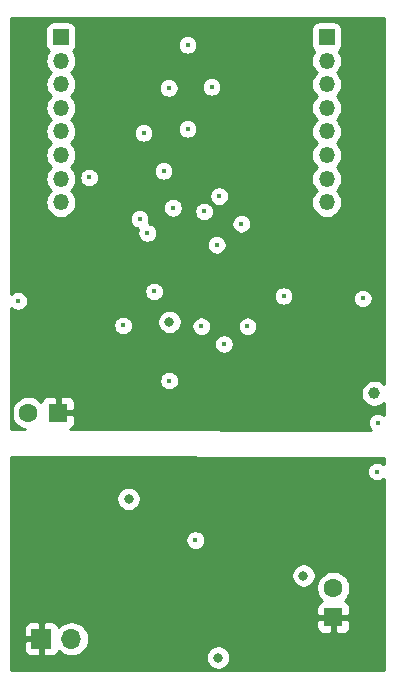
<source format=gbr>
G04 #@! TF.GenerationSoftware,KiCad,Pcbnew,(5.1.4-0-10_14)*
G04 #@! TF.CreationDate,2019-09-18T11:49:10-05:00*
G04 #@! TF.ProjectId,poePoweredDevice-PD,706f6550-6f77-4657-9265-644465766963,rev?*
G04 #@! TF.SameCoordinates,Original*
G04 #@! TF.FileFunction,Copper,L2,Inr*
G04 #@! TF.FilePolarity,Positive*
%FSLAX46Y46*%
G04 Gerber Fmt 4.6, Leading zero omitted, Abs format (unit mm)*
G04 Created by KiCad (PCBNEW (5.1.4-0-10_14)) date 2019-09-18 11:49:10*
%MOMM*%
%LPD*%
G04 APERTURE LIST*
%ADD10R,1.350000X1.350000*%
%ADD11O,1.350000X1.350000*%
%ADD12R,1.700000X1.700000*%
%ADD13O,1.700000X1.700000*%
%ADD14R,1.600000X1.600000*%
%ADD15C,1.600000*%
%ADD16C,0.400000*%
%ADD17C,0.800000*%
%ADD18C,1.000000*%
%ADD19C,0.254000*%
G04 APERTURE END LIST*
D10*
X185500000Y-86704000D03*
D11*
X185500000Y-88704000D03*
X185500000Y-90704000D03*
X185500000Y-92704000D03*
X185500000Y-94704000D03*
X185500000Y-96704000D03*
X185500000Y-98704000D03*
X185500000Y-100704000D03*
D10*
X163000000Y-86704000D03*
D11*
X163000000Y-88704000D03*
X163000000Y-90704000D03*
X163000000Y-92704000D03*
X163000000Y-94704000D03*
X163000000Y-96704000D03*
X163000000Y-98704000D03*
X163000000Y-100704000D03*
D12*
X161356800Y-137668000D03*
D13*
X163896800Y-137668000D03*
D14*
X162763200Y-118516400D03*
D15*
X160263200Y-118516400D03*
D14*
X186080400Y-135839200D03*
D15*
X186080400Y-133339200D03*
D16*
X175158400Y-99568000D03*
X176403000Y-100177600D03*
X178282600Y-102514400D03*
X175133000Y-101473000D03*
X172516800Y-99618800D03*
X178231800Y-100457000D03*
X176860200Y-101574600D03*
X174574200Y-115087400D03*
X159385000Y-109042200D03*
X188569600Y-108839000D03*
X189763400Y-123494800D03*
X189814200Y-119354600D03*
X187299600Y-119202200D03*
X183642000Y-109728000D03*
X168097200Y-108102400D03*
D17*
X162412400Y-109067600D03*
D16*
X180330400Y-108905600D03*
X167614600Y-102837600D03*
D18*
X188036200Y-116865400D03*
D16*
X181864000Y-108635800D03*
X170899998Y-108250000D03*
D17*
X171399200Y-130149600D03*
D16*
X174382400Y-129300000D03*
D17*
X176321600Y-139248000D03*
X183540400Y-132308600D03*
X168732200Y-125806200D03*
D16*
X175768000Y-90932000D03*
X173736000Y-94488000D03*
X176200000Y-104300000D03*
X171704000Y-98044000D03*
X169672000Y-102108000D03*
D17*
X172200000Y-110832200D03*
D16*
X170326800Y-103301800D03*
X172487500Y-101164300D03*
D18*
X189534800Y-116865400D03*
D16*
X168275000Y-111125002D03*
X165400000Y-98600000D03*
X170005000Y-94821000D03*
X172133000Y-91011000D03*
X173736000Y-87376000D03*
X178800000Y-111200000D03*
X174900000Y-111200000D03*
X172171768Y-115800000D03*
X176800000Y-112700000D03*
D19*
G36*
X190348001Y-116073469D02*
G01*
X190258320Y-115983788D01*
X190072424Y-115859576D01*
X189865867Y-115774017D01*
X189646588Y-115730400D01*
X189423012Y-115730400D01*
X189203733Y-115774017D01*
X188997176Y-115859576D01*
X188811280Y-115983788D01*
X188653188Y-116141880D01*
X188528976Y-116327776D01*
X188443417Y-116534333D01*
X188399800Y-116753612D01*
X188399800Y-116977188D01*
X188443417Y-117196467D01*
X188528976Y-117403024D01*
X188653188Y-117588920D01*
X188811280Y-117747012D01*
X188997176Y-117871224D01*
X189203733Y-117956783D01*
X189423012Y-118000400D01*
X189646588Y-118000400D01*
X189865867Y-117956783D01*
X190072424Y-117871224D01*
X190258320Y-117747012D01*
X190348001Y-117657331D01*
X190348001Y-118707533D01*
X190346481Y-118706013D01*
X190209721Y-118614633D01*
X190057760Y-118551689D01*
X189896440Y-118519600D01*
X189731960Y-118519600D01*
X189570640Y-118551689D01*
X189418679Y-118614633D01*
X189281919Y-118706013D01*
X189165613Y-118822319D01*
X189074233Y-118959079D01*
X189011289Y-119111040D01*
X188979200Y-119272360D01*
X188979200Y-119436840D01*
X189011289Y-119598160D01*
X189074233Y-119750121D01*
X189165613Y-119886881D01*
X189264787Y-119986055D01*
X163740057Y-119926324D01*
X163807380Y-119905902D01*
X163917694Y-119846937D01*
X164014385Y-119767585D01*
X164093737Y-119670894D01*
X164152702Y-119560580D01*
X164189012Y-119440882D01*
X164201272Y-119316400D01*
X164198200Y-118802150D01*
X164039450Y-118643400D01*
X162890200Y-118643400D01*
X162890200Y-118663400D01*
X162636200Y-118663400D01*
X162636200Y-118643400D01*
X162616200Y-118643400D01*
X162616200Y-118389400D01*
X162636200Y-118389400D01*
X162636200Y-117240150D01*
X162890200Y-117240150D01*
X162890200Y-118389400D01*
X164039450Y-118389400D01*
X164198200Y-118230650D01*
X164201272Y-117716400D01*
X164189012Y-117591918D01*
X164152702Y-117472220D01*
X164093737Y-117361906D01*
X164014385Y-117265215D01*
X163917694Y-117185863D01*
X163807380Y-117126898D01*
X163687682Y-117090588D01*
X163563200Y-117078328D01*
X163048950Y-117081400D01*
X162890200Y-117240150D01*
X162636200Y-117240150D01*
X162477450Y-117081400D01*
X161963200Y-117078328D01*
X161838718Y-117090588D01*
X161719020Y-117126898D01*
X161608706Y-117185863D01*
X161512015Y-117265215D01*
X161432663Y-117361906D01*
X161373698Y-117472220D01*
X161344539Y-117568343D01*
X161177959Y-117401763D01*
X160942927Y-117244720D01*
X160681774Y-117136547D01*
X160404535Y-117081400D01*
X160121865Y-117081400D01*
X159844626Y-117136547D01*
X159583473Y-117244720D01*
X159348441Y-117401763D01*
X159148563Y-117601641D01*
X158991520Y-117836673D01*
X158883347Y-118097826D01*
X158828200Y-118375065D01*
X158828200Y-118657735D01*
X158883347Y-118934974D01*
X158991520Y-119196127D01*
X159148563Y-119431159D01*
X159348441Y-119631037D01*
X159583473Y-119788080D01*
X159844626Y-119896253D01*
X159951229Y-119917458D01*
X158775000Y-119914706D01*
X158775000Y-115717760D01*
X171336768Y-115717760D01*
X171336768Y-115882240D01*
X171368857Y-116043560D01*
X171431801Y-116195521D01*
X171523181Y-116332281D01*
X171639487Y-116448587D01*
X171776247Y-116539967D01*
X171928208Y-116602911D01*
X172089528Y-116635000D01*
X172254008Y-116635000D01*
X172415328Y-116602911D01*
X172567289Y-116539967D01*
X172704049Y-116448587D01*
X172820355Y-116332281D01*
X172911735Y-116195521D01*
X172974679Y-116043560D01*
X173006768Y-115882240D01*
X173006768Y-115717760D01*
X172974679Y-115556440D01*
X172911735Y-115404479D01*
X172820355Y-115267719D01*
X172704049Y-115151413D01*
X172567289Y-115060033D01*
X172415328Y-114997089D01*
X172254008Y-114965000D01*
X172089528Y-114965000D01*
X171928208Y-114997089D01*
X171776247Y-115060033D01*
X171639487Y-115151413D01*
X171523181Y-115267719D01*
X171431801Y-115404479D01*
X171368857Y-115556440D01*
X171336768Y-115717760D01*
X158775000Y-115717760D01*
X158775000Y-112617760D01*
X175965000Y-112617760D01*
X175965000Y-112782240D01*
X175997089Y-112943560D01*
X176060033Y-113095521D01*
X176151413Y-113232281D01*
X176267719Y-113348587D01*
X176404479Y-113439967D01*
X176556440Y-113502911D01*
X176717760Y-113535000D01*
X176882240Y-113535000D01*
X177043560Y-113502911D01*
X177195521Y-113439967D01*
X177332281Y-113348587D01*
X177448587Y-113232281D01*
X177539967Y-113095521D01*
X177602911Y-112943560D01*
X177635000Y-112782240D01*
X177635000Y-112617760D01*
X177602911Y-112456440D01*
X177539967Y-112304479D01*
X177448587Y-112167719D01*
X177332281Y-112051413D01*
X177195521Y-111960033D01*
X177043560Y-111897089D01*
X176882240Y-111865000D01*
X176717760Y-111865000D01*
X176556440Y-111897089D01*
X176404479Y-111960033D01*
X176267719Y-112051413D01*
X176151413Y-112167719D01*
X176060033Y-112304479D01*
X175997089Y-112456440D01*
X175965000Y-112617760D01*
X158775000Y-112617760D01*
X158775000Y-111042762D01*
X167440000Y-111042762D01*
X167440000Y-111207242D01*
X167472089Y-111368562D01*
X167535033Y-111520523D01*
X167626413Y-111657283D01*
X167742719Y-111773589D01*
X167879479Y-111864969D01*
X168031440Y-111927913D01*
X168192760Y-111960002D01*
X168357240Y-111960002D01*
X168518560Y-111927913D01*
X168670521Y-111864969D01*
X168807281Y-111773589D01*
X168923587Y-111657283D01*
X169014967Y-111520523D01*
X169077911Y-111368562D01*
X169110000Y-111207242D01*
X169110000Y-111042762D01*
X169077911Y-110881442D01*
X169015291Y-110730261D01*
X171165000Y-110730261D01*
X171165000Y-110934139D01*
X171204774Y-111134098D01*
X171282795Y-111322456D01*
X171396063Y-111491974D01*
X171540226Y-111636137D01*
X171709744Y-111749405D01*
X171898102Y-111827426D01*
X172098061Y-111867200D01*
X172301939Y-111867200D01*
X172501898Y-111827426D01*
X172690256Y-111749405D01*
X172859774Y-111636137D01*
X173003937Y-111491974D01*
X173117205Y-111322456D01*
X173195226Y-111134098D01*
X173198475Y-111117760D01*
X174065000Y-111117760D01*
X174065000Y-111282240D01*
X174097089Y-111443560D01*
X174160033Y-111595521D01*
X174251413Y-111732281D01*
X174367719Y-111848587D01*
X174504479Y-111939967D01*
X174656440Y-112002911D01*
X174817760Y-112035000D01*
X174982240Y-112035000D01*
X175143560Y-112002911D01*
X175295521Y-111939967D01*
X175432281Y-111848587D01*
X175548587Y-111732281D01*
X175639967Y-111595521D01*
X175702911Y-111443560D01*
X175735000Y-111282240D01*
X175735000Y-111117760D01*
X177965000Y-111117760D01*
X177965000Y-111282240D01*
X177997089Y-111443560D01*
X178060033Y-111595521D01*
X178151413Y-111732281D01*
X178267719Y-111848587D01*
X178404479Y-111939967D01*
X178556440Y-112002911D01*
X178717760Y-112035000D01*
X178882240Y-112035000D01*
X179043560Y-112002911D01*
X179195521Y-111939967D01*
X179332281Y-111848587D01*
X179448587Y-111732281D01*
X179539967Y-111595521D01*
X179602911Y-111443560D01*
X179635000Y-111282240D01*
X179635000Y-111117760D01*
X179602911Y-110956440D01*
X179539967Y-110804479D01*
X179448587Y-110667719D01*
X179332281Y-110551413D01*
X179195521Y-110460033D01*
X179043560Y-110397089D01*
X178882240Y-110365000D01*
X178717760Y-110365000D01*
X178556440Y-110397089D01*
X178404479Y-110460033D01*
X178267719Y-110551413D01*
X178151413Y-110667719D01*
X178060033Y-110804479D01*
X177997089Y-110956440D01*
X177965000Y-111117760D01*
X175735000Y-111117760D01*
X175702911Y-110956440D01*
X175639967Y-110804479D01*
X175548587Y-110667719D01*
X175432281Y-110551413D01*
X175295521Y-110460033D01*
X175143560Y-110397089D01*
X174982240Y-110365000D01*
X174817760Y-110365000D01*
X174656440Y-110397089D01*
X174504479Y-110460033D01*
X174367719Y-110551413D01*
X174251413Y-110667719D01*
X174160033Y-110804479D01*
X174097089Y-110956440D01*
X174065000Y-111117760D01*
X173198475Y-111117760D01*
X173235000Y-110934139D01*
X173235000Y-110730261D01*
X173195226Y-110530302D01*
X173117205Y-110341944D01*
X173003937Y-110172426D01*
X172859774Y-110028263D01*
X172690256Y-109914995D01*
X172501898Y-109836974D01*
X172301939Y-109797200D01*
X172098061Y-109797200D01*
X171898102Y-109836974D01*
X171709744Y-109914995D01*
X171540226Y-110028263D01*
X171396063Y-110172426D01*
X171282795Y-110341944D01*
X171204774Y-110530302D01*
X171165000Y-110730261D01*
X169015291Y-110730261D01*
X169014967Y-110729481D01*
X168923587Y-110592721D01*
X168807281Y-110476415D01*
X168670521Y-110385035D01*
X168518560Y-110322091D01*
X168357240Y-110290002D01*
X168192760Y-110290002D01*
X168031440Y-110322091D01*
X167879479Y-110385035D01*
X167742719Y-110476415D01*
X167626413Y-110592721D01*
X167535033Y-110729481D01*
X167472089Y-110881442D01*
X167440000Y-111042762D01*
X158775000Y-111042762D01*
X158775000Y-109613068D01*
X158852719Y-109690787D01*
X158989479Y-109782167D01*
X159141440Y-109845111D01*
X159302760Y-109877200D01*
X159467240Y-109877200D01*
X159628560Y-109845111D01*
X159780521Y-109782167D01*
X159917281Y-109690787D01*
X160033587Y-109574481D01*
X160124967Y-109437721D01*
X160187911Y-109285760D01*
X160220000Y-109124440D01*
X160220000Y-108959960D01*
X160187911Y-108798640D01*
X160124967Y-108646679D01*
X160033587Y-108509919D01*
X159917281Y-108393613D01*
X159780521Y-108302233D01*
X159628560Y-108239289D01*
X159467240Y-108207200D01*
X159302760Y-108207200D01*
X159141440Y-108239289D01*
X158989479Y-108302233D01*
X158852719Y-108393613D01*
X158775000Y-108471332D01*
X158775000Y-108167760D01*
X170064998Y-108167760D01*
X170064998Y-108332240D01*
X170097087Y-108493560D01*
X170160031Y-108645521D01*
X170251411Y-108782281D01*
X170367717Y-108898587D01*
X170504477Y-108989967D01*
X170656438Y-109052911D01*
X170817758Y-109085000D01*
X170982238Y-109085000D01*
X171143558Y-109052911D01*
X171295519Y-108989967D01*
X171432279Y-108898587D01*
X171548585Y-108782281D01*
X171639965Y-108645521D01*
X171678056Y-108553560D01*
X181029000Y-108553560D01*
X181029000Y-108718040D01*
X181061089Y-108879360D01*
X181124033Y-109031321D01*
X181215413Y-109168081D01*
X181331719Y-109284387D01*
X181468479Y-109375767D01*
X181620440Y-109438711D01*
X181781760Y-109470800D01*
X181946240Y-109470800D01*
X182107560Y-109438711D01*
X182259521Y-109375767D01*
X182396281Y-109284387D01*
X182512587Y-109168081D01*
X182603967Y-109031321D01*
X182666911Y-108879360D01*
X182691298Y-108756760D01*
X187734600Y-108756760D01*
X187734600Y-108921240D01*
X187766689Y-109082560D01*
X187829633Y-109234521D01*
X187921013Y-109371281D01*
X188037319Y-109487587D01*
X188174079Y-109578967D01*
X188326040Y-109641911D01*
X188487360Y-109674000D01*
X188651840Y-109674000D01*
X188813160Y-109641911D01*
X188965121Y-109578967D01*
X189101881Y-109487587D01*
X189218187Y-109371281D01*
X189309567Y-109234521D01*
X189372511Y-109082560D01*
X189404600Y-108921240D01*
X189404600Y-108756760D01*
X189372511Y-108595440D01*
X189309567Y-108443479D01*
X189218187Y-108306719D01*
X189101881Y-108190413D01*
X188965121Y-108099033D01*
X188813160Y-108036089D01*
X188651840Y-108004000D01*
X188487360Y-108004000D01*
X188326040Y-108036089D01*
X188174079Y-108099033D01*
X188037319Y-108190413D01*
X187921013Y-108306719D01*
X187829633Y-108443479D01*
X187766689Y-108595440D01*
X187734600Y-108756760D01*
X182691298Y-108756760D01*
X182699000Y-108718040D01*
X182699000Y-108553560D01*
X182666911Y-108392240D01*
X182603967Y-108240279D01*
X182512587Y-108103519D01*
X182396281Y-107987213D01*
X182259521Y-107895833D01*
X182107560Y-107832889D01*
X181946240Y-107800800D01*
X181781760Y-107800800D01*
X181620440Y-107832889D01*
X181468479Y-107895833D01*
X181331719Y-107987213D01*
X181215413Y-108103519D01*
X181124033Y-108240279D01*
X181061089Y-108392240D01*
X181029000Y-108553560D01*
X171678056Y-108553560D01*
X171702909Y-108493560D01*
X171734998Y-108332240D01*
X171734998Y-108167760D01*
X171702909Y-108006440D01*
X171639965Y-107854479D01*
X171548585Y-107717719D01*
X171432279Y-107601413D01*
X171295519Y-107510033D01*
X171143558Y-107447089D01*
X170982238Y-107415000D01*
X170817758Y-107415000D01*
X170656438Y-107447089D01*
X170504477Y-107510033D01*
X170367717Y-107601413D01*
X170251411Y-107717719D01*
X170160031Y-107854479D01*
X170097087Y-108006440D01*
X170064998Y-108167760D01*
X158775000Y-108167760D01*
X158775000Y-104217760D01*
X175365000Y-104217760D01*
X175365000Y-104382240D01*
X175397089Y-104543560D01*
X175460033Y-104695521D01*
X175551413Y-104832281D01*
X175667719Y-104948587D01*
X175804479Y-105039967D01*
X175956440Y-105102911D01*
X176117760Y-105135000D01*
X176282240Y-105135000D01*
X176443560Y-105102911D01*
X176595521Y-105039967D01*
X176732281Y-104948587D01*
X176848587Y-104832281D01*
X176939967Y-104695521D01*
X177002911Y-104543560D01*
X177035000Y-104382240D01*
X177035000Y-104217760D01*
X177002911Y-104056440D01*
X176939967Y-103904479D01*
X176848587Y-103767719D01*
X176732281Y-103651413D01*
X176595521Y-103560033D01*
X176443560Y-103497089D01*
X176282240Y-103465000D01*
X176117760Y-103465000D01*
X175956440Y-103497089D01*
X175804479Y-103560033D01*
X175667719Y-103651413D01*
X175551413Y-103767719D01*
X175460033Y-103904479D01*
X175397089Y-104056440D01*
X175365000Y-104217760D01*
X158775000Y-104217760D01*
X158775000Y-102025760D01*
X168837000Y-102025760D01*
X168837000Y-102190240D01*
X168869089Y-102351560D01*
X168932033Y-102503521D01*
X169023413Y-102640281D01*
X169139719Y-102756587D01*
X169276479Y-102847967D01*
X169428440Y-102910911D01*
X169573003Y-102939667D01*
X169523889Y-103058240D01*
X169491800Y-103219560D01*
X169491800Y-103384040D01*
X169523889Y-103545360D01*
X169586833Y-103697321D01*
X169678213Y-103834081D01*
X169794519Y-103950387D01*
X169931279Y-104041767D01*
X170083240Y-104104711D01*
X170244560Y-104136800D01*
X170409040Y-104136800D01*
X170570360Y-104104711D01*
X170722321Y-104041767D01*
X170859081Y-103950387D01*
X170975387Y-103834081D01*
X171066767Y-103697321D01*
X171129711Y-103545360D01*
X171161800Y-103384040D01*
X171161800Y-103219560D01*
X171129711Y-103058240D01*
X171066767Y-102906279D01*
X170975387Y-102769519D01*
X170859081Y-102653213D01*
X170722321Y-102561833D01*
X170570360Y-102498889D01*
X170425797Y-102470133D01*
X170441525Y-102432160D01*
X177447600Y-102432160D01*
X177447600Y-102596640D01*
X177479689Y-102757960D01*
X177542633Y-102909921D01*
X177634013Y-103046681D01*
X177750319Y-103162987D01*
X177887079Y-103254367D01*
X178039040Y-103317311D01*
X178200360Y-103349400D01*
X178364840Y-103349400D01*
X178526160Y-103317311D01*
X178678121Y-103254367D01*
X178814881Y-103162987D01*
X178931187Y-103046681D01*
X179022567Y-102909921D01*
X179085511Y-102757960D01*
X179117600Y-102596640D01*
X179117600Y-102432160D01*
X179085511Y-102270840D01*
X179022567Y-102118879D01*
X178931187Y-101982119D01*
X178814881Y-101865813D01*
X178678121Y-101774433D01*
X178526160Y-101711489D01*
X178364840Y-101679400D01*
X178200360Y-101679400D01*
X178039040Y-101711489D01*
X177887079Y-101774433D01*
X177750319Y-101865813D01*
X177634013Y-101982119D01*
X177542633Y-102118879D01*
X177479689Y-102270840D01*
X177447600Y-102432160D01*
X170441525Y-102432160D01*
X170474911Y-102351560D01*
X170507000Y-102190240D01*
X170507000Y-102025760D01*
X170474911Y-101864440D01*
X170411967Y-101712479D01*
X170320587Y-101575719D01*
X170204281Y-101459413D01*
X170067521Y-101368033D01*
X169915560Y-101305089D01*
X169754240Y-101273000D01*
X169589760Y-101273000D01*
X169428440Y-101305089D01*
X169276479Y-101368033D01*
X169139719Y-101459413D01*
X169023413Y-101575719D01*
X168932033Y-101712479D01*
X168869089Y-101864440D01*
X168837000Y-102025760D01*
X158775000Y-102025760D01*
X158775000Y-88704000D01*
X161683662Y-88704000D01*
X161708955Y-88960805D01*
X161783862Y-89207741D01*
X161905505Y-89435318D01*
X162069208Y-89634792D01*
X162153539Y-89704000D01*
X162069208Y-89773208D01*
X161905505Y-89972682D01*
X161783862Y-90200259D01*
X161708955Y-90447195D01*
X161683662Y-90704000D01*
X161708955Y-90960805D01*
X161783862Y-91207741D01*
X161905505Y-91435318D01*
X162069208Y-91634792D01*
X162153539Y-91704000D01*
X162069208Y-91773208D01*
X161905505Y-91972682D01*
X161783862Y-92200259D01*
X161708955Y-92447195D01*
X161683662Y-92704000D01*
X161708955Y-92960805D01*
X161783862Y-93207741D01*
X161905505Y-93435318D01*
X162069208Y-93634792D01*
X162153539Y-93704000D01*
X162069208Y-93773208D01*
X161905505Y-93972682D01*
X161783862Y-94200259D01*
X161708955Y-94447195D01*
X161683662Y-94704000D01*
X161708955Y-94960805D01*
X161783862Y-95207741D01*
X161905505Y-95435318D01*
X162069208Y-95634792D01*
X162153539Y-95704000D01*
X162069208Y-95773208D01*
X161905505Y-95972682D01*
X161783862Y-96200259D01*
X161708955Y-96447195D01*
X161683662Y-96704000D01*
X161708955Y-96960805D01*
X161783862Y-97207741D01*
X161905505Y-97435318D01*
X162069208Y-97634792D01*
X162153539Y-97704000D01*
X162069208Y-97773208D01*
X161905505Y-97972682D01*
X161783862Y-98200259D01*
X161708955Y-98447195D01*
X161683662Y-98704000D01*
X161708955Y-98960805D01*
X161783862Y-99207741D01*
X161905505Y-99435318D01*
X162069208Y-99634792D01*
X162153539Y-99704000D01*
X162069208Y-99773208D01*
X161905505Y-99972682D01*
X161783862Y-100200259D01*
X161708955Y-100447195D01*
X161683662Y-100704000D01*
X161708955Y-100960805D01*
X161783862Y-101207741D01*
X161905505Y-101435318D01*
X162069208Y-101634792D01*
X162268682Y-101798495D01*
X162496259Y-101920138D01*
X162743195Y-101995045D01*
X162935649Y-102014000D01*
X163064351Y-102014000D01*
X163256805Y-101995045D01*
X163503741Y-101920138D01*
X163731318Y-101798495D01*
X163930792Y-101634792D01*
X164094495Y-101435318D01*
X164216138Y-101207741D01*
X164254262Y-101082060D01*
X171652500Y-101082060D01*
X171652500Y-101246540D01*
X171684589Y-101407860D01*
X171747533Y-101559821D01*
X171838913Y-101696581D01*
X171955219Y-101812887D01*
X172091979Y-101904267D01*
X172243940Y-101967211D01*
X172405260Y-101999300D01*
X172569740Y-101999300D01*
X172731060Y-101967211D01*
X172883021Y-101904267D01*
X173019781Y-101812887D01*
X173136087Y-101696581D01*
X173227467Y-101559821D01*
X173290411Y-101407860D01*
X173293812Y-101390760D01*
X174298000Y-101390760D01*
X174298000Y-101555240D01*
X174330089Y-101716560D01*
X174393033Y-101868521D01*
X174484413Y-102005281D01*
X174600719Y-102121587D01*
X174737479Y-102212967D01*
X174889440Y-102275911D01*
X175050760Y-102308000D01*
X175215240Y-102308000D01*
X175376560Y-102275911D01*
X175528521Y-102212967D01*
X175665281Y-102121587D01*
X175781587Y-102005281D01*
X175872967Y-101868521D01*
X175935911Y-101716560D01*
X175968000Y-101555240D01*
X175968000Y-101390760D01*
X175935911Y-101229440D01*
X175872967Y-101077479D01*
X175781587Y-100940719D01*
X175665281Y-100824413D01*
X175528521Y-100733033D01*
X175376560Y-100670089D01*
X175215240Y-100638000D01*
X175050760Y-100638000D01*
X174889440Y-100670089D01*
X174737479Y-100733033D01*
X174600719Y-100824413D01*
X174484413Y-100940719D01*
X174393033Y-101077479D01*
X174330089Y-101229440D01*
X174298000Y-101390760D01*
X173293812Y-101390760D01*
X173322500Y-101246540D01*
X173322500Y-101082060D01*
X173290411Y-100920740D01*
X173227467Y-100768779D01*
X173136087Y-100632019D01*
X173019781Y-100515713D01*
X172883021Y-100424333D01*
X172731060Y-100361389D01*
X172569740Y-100329300D01*
X172405260Y-100329300D01*
X172243940Y-100361389D01*
X172091979Y-100424333D01*
X171955219Y-100515713D01*
X171838913Y-100632019D01*
X171747533Y-100768779D01*
X171684589Y-100920740D01*
X171652500Y-101082060D01*
X164254262Y-101082060D01*
X164291045Y-100960805D01*
X164316338Y-100704000D01*
X164291045Y-100447195D01*
X164216138Y-100200259D01*
X164160069Y-100095360D01*
X175568000Y-100095360D01*
X175568000Y-100259840D01*
X175600089Y-100421160D01*
X175663033Y-100573121D01*
X175754413Y-100709881D01*
X175870719Y-100826187D01*
X176007479Y-100917567D01*
X176159440Y-100980511D01*
X176320760Y-101012600D01*
X176485240Y-101012600D01*
X176646560Y-100980511D01*
X176798521Y-100917567D01*
X176935281Y-100826187D01*
X177051587Y-100709881D01*
X177142967Y-100573121D01*
X177205911Y-100421160D01*
X177238000Y-100259840D01*
X177238000Y-100095360D01*
X177205911Y-99934040D01*
X177142967Y-99782079D01*
X177051587Y-99645319D01*
X176935281Y-99529013D01*
X176798521Y-99437633D01*
X176646560Y-99374689D01*
X176485240Y-99342600D01*
X176320760Y-99342600D01*
X176159440Y-99374689D01*
X176007479Y-99437633D01*
X175870719Y-99529013D01*
X175754413Y-99645319D01*
X175663033Y-99782079D01*
X175600089Y-99934040D01*
X175568000Y-100095360D01*
X164160069Y-100095360D01*
X164094495Y-99972682D01*
X163930792Y-99773208D01*
X163846461Y-99704000D01*
X163930792Y-99634792D01*
X164094495Y-99435318D01*
X164216138Y-99207741D01*
X164291045Y-98960805D01*
X164316338Y-98704000D01*
X164297996Y-98517760D01*
X164565000Y-98517760D01*
X164565000Y-98682240D01*
X164597089Y-98843560D01*
X164660033Y-98995521D01*
X164751413Y-99132281D01*
X164867719Y-99248587D01*
X165004479Y-99339967D01*
X165156440Y-99402911D01*
X165317760Y-99435000D01*
X165482240Y-99435000D01*
X165643560Y-99402911D01*
X165795521Y-99339967D01*
X165932281Y-99248587D01*
X166048587Y-99132281D01*
X166139967Y-98995521D01*
X166202911Y-98843560D01*
X166235000Y-98682240D01*
X166235000Y-98517760D01*
X166202911Y-98356440D01*
X166139967Y-98204479D01*
X166048587Y-98067719D01*
X165942628Y-97961760D01*
X170869000Y-97961760D01*
X170869000Y-98126240D01*
X170901089Y-98287560D01*
X170964033Y-98439521D01*
X171055413Y-98576281D01*
X171171719Y-98692587D01*
X171308479Y-98783967D01*
X171460440Y-98846911D01*
X171621760Y-98879000D01*
X171786240Y-98879000D01*
X171947560Y-98846911D01*
X172099521Y-98783967D01*
X172236281Y-98692587D01*
X172352587Y-98576281D01*
X172443967Y-98439521D01*
X172506911Y-98287560D01*
X172539000Y-98126240D01*
X172539000Y-97961760D01*
X172506911Y-97800440D01*
X172443967Y-97648479D01*
X172352587Y-97511719D01*
X172236281Y-97395413D01*
X172099521Y-97304033D01*
X171947560Y-97241089D01*
X171786240Y-97209000D01*
X171621760Y-97209000D01*
X171460440Y-97241089D01*
X171308479Y-97304033D01*
X171171719Y-97395413D01*
X171055413Y-97511719D01*
X170964033Y-97648479D01*
X170901089Y-97800440D01*
X170869000Y-97961760D01*
X165942628Y-97961760D01*
X165932281Y-97951413D01*
X165795521Y-97860033D01*
X165643560Y-97797089D01*
X165482240Y-97765000D01*
X165317760Y-97765000D01*
X165156440Y-97797089D01*
X165004479Y-97860033D01*
X164867719Y-97951413D01*
X164751413Y-98067719D01*
X164660033Y-98204479D01*
X164597089Y-98356440D01*
X164565000Y-98517760D01*
X164297996Y-98517760D01*
X164291045Y-98447195D01*
X164216138Y-98200259D01*
X164094495Y-97972682D01*
X163930792Y-97773208D01*
X163846461Y-97704000D01*
X163930792Y-97634792D01*
X164094495Y-97435318D01*
X164216138Y-97207741D01*
X164291045Y-96960805D01*
X164316338Y-96704000D01*
X164291045Y-96447195D01*
X164216138Y-96200259D01*
X164094495Y-95972682D01*
X163930792Y-95773208D01*
X163846461Y-95704000D01*
X163930792Y-95634792D01*
X164094495Y-95435318D01*
X164216138Y-95207741D01*
X164291045Y-94960805D01*
X164312914Y-94738760D01*
X169170000Y-94738760D01*
X169170000Y-94903240D01*
X169202089Y-95064560D01*
X169265033Y-95216521D01*
X169356413Y-95353281D01*
X169472719Y-95469587D01*
X169609479Y-95560967D01*
X169761440Y-95623911D01*
X169922760Y-95656000D01*
X170087240Y-95656000D01*
X170248560Y-95623911D01*
X170400521Y-95560967D01*
X170537281Y-95469587D01*
X170653587Y-95353281D01*
X170744967Y-95216521D01*
X170807911Y-95064560D01*
X170840000Y-94903240D01*
X170840000Y-94738760D01*
X170807911Y-94577440D01*
X170744967Y-94425479D01*
X170731792Y-94405760D01*
X172901000Y-94405760D01*
X172901000Y-94570240D01*
X172933089Y-94731560D01*
X172996033Y-94883521D01*
X173087413Y-95020281D01*
X173203719Y-95136587D01*
X173340479Y-95227967D01*
X173492440Y-95290911D01*
X173653760Y-95323000D01*
X173818240Y-95323000D01*
X173979560Y-95290911D01*
X174131521Y-95227967D01*
X174268281Y-95136587D01*
X174384587Y-95020281D01*
X174475967Y-94883521D01*
X174538911Y-94731560D01*
X174571000Y-94570240D01*
X174571000Y-94405760D01*
X174538911Y-94244440D01*
X174475967Y-94092479D01*
X174384587Y-93955719D01*
X174268281Y-93839413D01*
X174131521Y-93748033D01*
X173979560Y-93685089D01*
X173818240Y-93653000D01*
X173653760Y-93653000D01*
X173492440Y-93685089D01*
X173340479Y-93748033D01*
X173203719Y-93839413D01*
X173087413Y-93955719D01*
X172996033Y-94092479D01*
X172933089Y-94244440D01*
X172901000Y-94405760D01*
X170731792Y-94405760D01*
X170653587Y-94288719D01*
X170537281Y-94172413D01*
X170400521Y-94081033D01*
X170248560Y-94018089D01*
X170087240Y-93986000D01*
X169922760Y-93986000D01*
X169761440Y-94018089D01*
X169609479Y-94081033D01*
X169472719Y-94172413D01*
X169356413Y-94288719D01*
X169265033Y-94425479D01*
X169202089Y-94577440D01*
X169170000Y-94738760D01*
X164312914Y-94738760D01*
X164316338Y-94704000D01*
X164291045Y-94447195D01*
X164216138Y-94200259D01*
X164094495Y-93972682D01*
X163930792Y-93773208D01*
X163846461Y-93704000D01*
X163930792Y-93634792D01*
X164094495Y-93435318D01*
X164216138Y-93207741D01*
X164291045Y-92960805D01*
X164316338Y-92704000D01*
X164291045Y-92447195D01*
X164216138Y-92200259D01*
X164094495Y-91972682D01*
X163930792Y-91773208D01*
X163846461Y-91704000D01*
X163930792Y-91634792D01*
X164094495Y-91435318D01*
X164216138Y-91207741D01*
X164291045Y-90960805D01*
X164294201Y-90928760D01*
X171298000Y-90928760D01*
X171298000Y-91093240D01*
X171330089Y-91254560D01*
X171393033Y-91406521D01*
X171484413Y-91543281D01*
X171600719Y-91659587D01*
X171737479Y-91750967D01*
X171889440Y-91813911D01*
X172050760Y-91846000D01*
X172215240Y-91846000D01*
X172376560Y-91813911D01*
X172528521Y-91750967D01*
X172665281Y-91659587D01*
X172781587Y-91543281D01*
X172872967Y-91406521D01*
X172935911Y-91254560D01*
X172968000Y-91093240D01*
X172968000Y-90928760D01*
X172952286Y-90849760D01*
X174933000Y-90849760D01*
X174933000Y-91014240D01*
X174965089Y-91175560D01*
X175028033Y-91327521D01*
X175119413Y-91464281D01*
X175235719Y-91580587D01*
X175372479Y-91671967D01*
X175524440Y-91734911D01*
X175685760Y-91767000D01*
X175850240Y-91767000D01*
X176011560Y-91734911D01*
X176163521Y-91671967D01*
X176300281Y-91580587D01*
X176416587Y-91464281D01*
X176507967Y-91327521D01*
X176570911Y-91175560D01*
X176603000Y-91014240D01*
X176603000Y-90849760D01*
X176570911Y-90688440D01*
X176507967Y-90536479D01*
X176416587Y-90399719D01*
X176300281Y-90283413D01*
X176163521Y-90192033D01*
X176011560Y-90129089D01*
X175850240Y-90097000D01*
X175685760Y-90097000D01*
X175524440Y-90129089D01*
X175372479Y-90192033D01*
X175235719Y-90283413D01*
X175119413Y-90399719D01*
X175028033Y-90536479D01*
X174965089Y-90688440D01*
X174933000Y-90849760D01*
X172952286Y-90849760D01*
X172935911Y-90767440D01*
X172872967Y-90615479D01*
X172781587Y-90478719D01*
X172665281Y-90362413D01*
X172528521Y-90271033D01*
X172376560Y-90208089D01*
X172215240Y-90176000D01*
X172050760Y-90176000D01*
X171889440Y-90208089D01*
X171737479Y-90271033D01*
X171600719Y-90362413D01*
X171484413Y-90478719D01*
X171393033Y-90615479D01*
X171330089Y-90767440D01*
X171298000Y-90928760D01*
X164294201Y-90928760D01*
X164316338Y-90704000D01*
X164291045Y-90447195D01*
X164216138Y-90200259D01*
X164094495Y-89972682D01*
X163930792Y-89773208D01*
X163846461Y-89704000D01*
X163930792Y-89634792D01*
X164094495Y-89435318D01*
X164216138Y-89207741D01*
X164291045Y-88960805D01*
X164316338Y-88704000D01*
X184183662Y-88704000D01*
X184208955Y-88960805D01*
X184283862Y-89207741D01*
X184405505Y-89435318D01*
X184569208Y-89634792D01*
X184653539Y-89704000D01*
X184569208Y-89773208D01*
X184405505Y-89972682D01*
X184283862Y-90200259D01*
X184208955Y-90447195D01*
X184183662Y-90704000D01*
X184208955Y-90960805D01*
X184283862Y-91207741D01*
X184405505Y-91435318D01*
X184569208Y-91634792D01*
X184653539Y-91704000D01*
X184569208Y-91773208D01*
X184405505Y-91972682D01*
X184283862Y-92200259D01*
X184208955Y-92447195D01*
X184183662Y-92704000D01*
X184208955Y-92960805D01*
X184283862Y-93207741D01*
X184405505Y-93435318D01*
X184569208Y-93634792D01*
X184653539Y-93704000D01*
X184569208Y-93773208D01*
X184405505Y-93972682D01*
X184283862Y-94200259D01*
X184208955Y-94447195D01*
X184183662Y-94704000D01*
X184208955Y-94960805D01*
X184283862Y-95207741D01*
X184405505Y-95435318D01*
X184569208Y-95634792D01*
X184653539Y-95704000D01*
X184569208Y-95773208D01*
X184405505Y-95972682D01*
X184283862Y-96200259D01*
X184208955Y-96447195D01*
X184183662Y-96704000D01*
X184208955Y-96960805D01*
X184283862Y-97207741D01*
X184405505Y-97435318D01*
X184569208Y-97634792D01*
X184653539Y-97704000D01*
X184569208Y-97773208D01*
X184405505Y-97972682D01*
X184283862Y-98200259D01*
X184208955Y-98447195D01*
X184183662Y-98704000D01*
X184208955Y-98960805D01*
X184283862Y-99207741D01*
X184405505Y-99435318D01*
X184569208Y-99634792D01*
X184653539Y-99704000D01*
X184569208Y-99773208D01*
X184405505Y-99972682D01*
X184283862Y-100200259D01*
X184208955Y-100447195D01*
X184183662Y-100704000D01*
X184208955Y-100960805D01*
X184283862Y-101207741D01*
X184405505Y-101435318D01*
X184569208Y-101634792D01*
X184768682Y-101798495D01*
X184996259Y-101920138D01*
X185243195Y-101995045D01*
X185435649Y-102014000D01*
X185564351Y-102014000D01*
X185756805Y-101995045D01*
X186003741Y-101920138D01*
X186231318Y-101798495D01*
X186430792Y-101634792D01*
X186594495Y-101435318D01*
X186716138Y-101207741D01*
X186791045Y-100960805D01*
X186816338Y-100704000D01*
X186791045Y-100447195D01*
X186716138Y-100200259D01*
X186594495Y-99972682D01*
X186430792Y-99773208D01*
X186346461Y-99704000D01*
X186430792Y-99634792D01*
X186594495Y-99435318D01*
X186716138Y-99207741D01*
X186791045Y-98960805D01*
X186816338Y-98704000D01*
X186791045Y-98447195D01*
X186716138Y-98200259D01*
X186594495Y-97972682D01*
X186430792Y-97773208D01*
X186346461Y-97704000D01*
X186430792Y-97634792D01*
X186594495Y-97435318D01*
X186716138Y-97207741D01*
X186791045Y-96960805D01*
X186816338Y-96704000D01*
X186791045Y-96447195D01*
X186716138Y-96200259D01*
X186594495Y-95972682D01*
X186430792Y-95773208D01*
X186346461Y-95704000D01*
X186430792Y-95634792D01*
X186594495Y-95435318D01*
X186716138Y-95207741D01*
X186791045Y-94960805D01*
X186816338Y-94704000D01*
X186791045Y-94447195D01*
X186716138Y-94200259D01*
X186594495Y-93972682D01*
X186430792Y-93773208D01*
X186346461Y-93704000D01*
X186430792Y-93634792D01*
X186594495Y-93435318D01*
X186716138Y-93207741D01*
X186791045Y-92960805D01*
X186816338Y-92704000D01*
X186791045Y-92447195D01*
X186716138Y-92200259D01*
X186594495Y-91972682D01*
X186430792Y-91773208D01*
X186346461Y-91704000D01*
X186430792Y-91634792D01*
X186594495Y-91435318D01*
X186716138Y-91207741D01*
X186791045Y-90960805D01*
X186816338Y-90704000D01*
X186791045Y-90447195D01*
X186716138Y-90200259D01*
X186594495Y-89972682D01*
X186430792Y-89773208D01*
X186346461Y-89704000D01*
X186430792Y-89634792D01*
X186594495Y-89435318D01*
X186716138Y-89207741D01*
X186791045Y-88960805D01*
X186816338Y-88704000D01*
X186791045Y-88447195D01*
X186716138Y-88200259D01*
X186594495Y-87972682D01*
X186537369Y-87903074D01*
X186626185Y-87830185D01*
X186705537Y-87733494D01*
X186764502Y-87623180D01*
X186800812Y-87503482D01*
X186813072Y-87379000D01*
X186813072Y-86029000D01*
X186800812Y-85904518D01*
X186764502Y-85784820D01*
X186705537Y-85674506D01*
X186626185Y-85577815D01*
X186529494Y-85498463D01*
X186419180Y-85439498D01*
X186299482Y-85403188D01*
X186175000Y-85390928D01*
X184825000Y-85390928D01*
X184700518Y-85403188D01*
X184580820Y-85439498D01*
X184470506Y-85498463D01*
X184373815Y-85577815D01*
X184294463Y-85674506D01*
X184235498Y-85784820D01*
X184199188Y-85904518D01*
X184186928Y-86029000D01*
X184186928Y-87379000D01*
X184199188Y-87503482D01*
X184235498Y-87623180D01*
X184294463Y-87733494D01*
X184373815Y-87830185D01*
X184462631Y-87903074D01*
X184405505Y-87972682D01*
X184283862Y-88200259D01*
X184208955Y-88447195D01*
X184183662Y-88704000D01*
X164316338Y-88704000D01*
X164291045Y-88447195D01*
X164216138Y-88200259D01*
X164094495Y-87972682D01*
X164037369Y-87903074D01*
X164126185Y-87830185D01*
X164205537Y-87733494D01*
X164264502Y-87623180D01*
X164300812Y-87503482D01*
X164313072Y-87379000D01*
X164313072Y-87293760D01*
X172901000Y-87293760D01*
X172901000Y-87458240D01*
X172933089Y-87619560D01*
X172996033Y-87771521D01*
X173087413Y-87908281D01*
X173203719Y-88024587D01*
X173340479Y-88115967D01*
X173492440Y-88178911D01*
X173653760Y-88211000D01*
X173818240Y-88211000D01*
X173979560Y-88178911D01*
X174131521Y-88115967D01*
X174268281Y-88024587D01*
X174384587Y-87908281D01*
X174475967Y-87771521D01*
X174538911Y-87619560D01*
X174571000Y-87458240D01*
X174571000Y-87293760D01*
X174538911Y-87132440D01*
X174475967Y-86980479D01*
X174384587Y-86843719D01*
X174268281Y-86727413D01*
X174131521Y-86636033D01*
X173979560Y-86573089D01*
X173818240Y-86541000D01*
X173653760Y-86541000D01*
X173492440Y-86573089D01*
X173340479Y-86636033D01*
X173203719Y-86727413D01*
X173087413Y-86843719D01*
X172996033Y-86980479D01*
X172933089Y-87132440D01*
X172901000Y-87293760D01*
X164313072Y-87293760D01*
X164313072Y-86029000D01*
X164300812Y-85904518D01*
X164264502Y-85784820D01*
X164205537Y-85674506D01*
X164126185Y-85577815D01*
X164029494Y-85498463D01*
X163919180Y-85439498D01*
X163799482Y-85403188D01*
X163675000Y-85390928D01*
X162325000Y-85390928D01*
X162200518Y-85403188D01*
X162080820Y-85439498D01*
X161970506Y-85498463D01*
X161873815Y-85577815D01*
X161794463Y-85674506D01*
X161735498Y-85784820D01*
X161699188Y-85904518D01*
X161686928Y-86029000D01*
X161686928Y-87379000D01*
X161699188Y-87503482D01*
X161735498Y-87623180D01*
X161794463Y-87733494D01*
X161873815Y-87830185D01*
X161962631Y-87903074D01*
X161905505Y-87972682D01*
X161783862Y-88200259D01*
X161708955Y-88447195D01*
X161683662Y-88704000D01*
X158775000Y-88704000D01*
X158775000Y-85114490D01*
X190348000Y-85090109D01*
X190348001Y-116073469D01*
X190348001Y-116073469D01*
G37*
X190348001Y-116073469D02*
X190258320Y-115983788D01*
X190072424Y-115859576D01*
X189865867Y-115774017D01*
X189646588Y-115730400D01*
X189423012Y-115730400D01*
X189203733Y-115774017D01*
X188997176Y-115859576D01*
X188811280Y-115983788D01*
X188653188Y-116141880D01*
X188528976Y-116327776D01*
X188443417Y-116534333D01*
X188399800Y-116753612D01*
X188399800Y-116977188D01*
X188443417Y-117196467D01*
X188528976Y-117403024D01*
X188653188Y-117588920D01*
X188811280Y-117747012D01*
X188997176Y-117871224D01*
X189203733Y-117956783D01*
X189423012Y-118000400D01*
X189646588Y-118000400D01*
X189865867Y-117956783D01*
X190072424Y-117871224D01*
X190258320Y-117747012D01*
X190348001Y-117657331D01*
X190348001Y-118707533D01*
X190346481Y-118706013D01*
X190209721Y-118614633D01*
X190057760Y-118551689D01*
X189896440Y-118519600D01*
X189731960Y-118519600D01*
X189570640Y-118551689D01*
X189418679Y-118614633D01*
X189281919Y-118706013D01*
X189165613Y-118822319D01*
X189074233Y-118959079D01*
X189011289Y-119111040D01*
X188979200Y-119272360D01*
X188979200Y-119436840D01*
X189011289Y-119598160D01*
X189074233Y-119750121D01*
X189165613Y-119886881D01*
X189264787Y-119986055D01*
X163740057Y-119926324D01*
X163807380Y-119905902D01*
X163917694Y-119846937D01*
X164014385Y-119767585D01*
X164093737Y-119670894D01*
X164152702Y-119560580D01*
X164189012Y-119440882D01*
X164201272Y-119316400D01*
X164198200Y-118802150D01*
X164039450Y-118643400D01*
X162890200Y-118643400D01*
X162890200Y-118663400D01*
X162636200Y-118663400D01*
X162636200Y-118643400D01*
X162616200Y-118643400D01*
X162616200Y-118389400D01*
X162636200Y-118389400D01*
X162636200Y-117240150D01*
X162890200Y-117240150D01*
X162890200Y-118389400D01*
X164039450Y-118389400D01*
X164198200Y-118230650D01*
X164201272Y-117716400D01*
X164189012Y-117591918D01*
X164152702Y-117472220D01*
X164093737Y-117361906D01*
X164014385Y-117265215D01*
X163917694Y-117185863D01*
X163807380Y-117126898D01*
X163687682Y-117090588D01*
X163563200Y-117078328D01*
X163048950Y-117081400D01*
X162890200Y-117240150D01*
X162636200Y-117240150D01*
X162477450Y-117081400D01*
X161963200Y-117078328D01*
X161838718Y-117090588D01*
X161719020Y-117126898D01*
X161608706Y-117185863D01*
X161512015Y-117265215D01*
X161432663Y-117361906D01*
X161373698Y-117472220D01*
X161344539Y-117568343D01*
X161177959Y-117401763D01*
X160942927Y-117244720D01*
X160681774Y-117136547D01*
X160404535Y-117081400D01*
X160121865Y-117081400D01*
X159844626Y-117136547D01*
X159583473Y-117244720D01*
X159348441Y-117401763D01*
X159148563Y-117601641D01*
X158991520Y-117836673D01*
X158883347Y-118097826D01*
X158828200Y-118375065D01*
X158828200Y-118657735D01*
X158883347Y-118934974D01*
X158991520Y-119196127D01*
X159148563Y-119431159D01*
X159348441Y-119631037D01*
X159583473Y-119788080D01*
X159844626Y-119896253D01*
X159951229Y-119917458D01*
X158775000Y-119914706D01*
X158775000Y-115717760D01*
X171336768Y-115717760D01*
X171336768Y-115882240D01*
X171368857Y-116043560D01*
X171431801Y-116195521D01*
X171523181Y-116332281D01*
X171639487Y-116448587D01*
X171776247Y-116539967D01*
X171928208Y-116602911D01*
X172089528Y-116635000D01*
X172254008Y-116635000D01*
X172415328Y-116602911D01*
X172567289Y-116539967D01*
X172704049Y-116448587D01*
X172820355Y-116332281D01*
X172911735Y-116195521D01*
X172974679Y-116043560D01*
X173006768Y-115882240D01*
X173006768Y-115717760D01*
X172974679Y-115556440D01*
X172911735Y-115404479D01*
X172820355Y-115267719D01*
X172704049Y-115151413D01*
X172567289Y-115060033D01*
X172415328Y-114997089D01*
X172254008Y-114965000D01*
X172089528Y-114965000D01*
X171928208Y-114997089D01*
X171776247Y-115060033D01*
X171639487Y-115151413D01*
X171523181Y-115267719D01*
X171431801Y-115404479D01*
X171368857Y-115556440D01*
X171336768Y-115717760D01*
X158775000Y-115717760D01*
X158775000Y-112617760D01*
X175965000Y-112617760D01*
X175965000Y-112782240D01*
X175997089Y-112943560D01*
X176060033Y-113095521D01*
X176151413Y-113232281D01*
X176267719Y-113348587D01*
X176404479Y-113439967D01*
X176556440Y-113502911D01*
X176717760Y-113535000D01*
X176882240Y-113535000D01*
X177043560Y-113502911D01*
X177195521Y-113439967D01*
X177332281Y-113348587D01*
X177448587Y-113232281D01*
X177539967Y-113095521D01*
X177602911Y-112943560D01*
X177635000Y-112782240D01*
X177635000Y-112617760D01*
X177602911Y-112456440D01*
X177539967Y-112304479D01*
X177448587Y-112167719D01*
X177332281Y-112051413D01*
X177195521Y-111960033D01*
X177043560Y-111897089D01*
X176882240Y-111865000D01*
X176717760Y-111865000D01*
X176556440Y-111897089D01*
X176404479Y-111960033D01*
X176267719Y-112051413D01*
X176151413Y-112167719D01*
X176060033Y-112304479D01*
X175997089Y-112456440D01*
X175965000Y-112617760D01*
X158775000Y-112617760D01*
X158775000Y-111042762D01*
X167440000Y-111042762D01*
X167440000Y-111207242D01*
X167472089Y-111368562D01*
X167535033Y-111520523D01*
X167626413Y-111657283D01*
X167742719Y-111773589D01*
X167879479Y-111864969D01*
X168031440Y-111927913D01*
X168192760Y-111960002D01*
X168357240Y-111960002D01*
X168518560Y-111927913D01*
X168670521Y-111864969D01*
X168807281Y-111773589D01*
X168923587Y-111657283D01*
X169014967Y-111520523D01*
X169077911Y-111368562D01*
X169110000Y-111207242D01*
X169110000Y-111042762D01*
X169077911Y-110881442D01*
X169015291Y-110730261D01*
X171165000Y-110730261D01*
X171165000Y-110934139D01*
X171204774Y-111134098D01*
X171282795Y-111322456D01*
X171396063Y-111491974D01*
X171540226Y-111636137D01*
X171709744Y-111749405D01*
X171898102Y-111827426D01*
X172098061Y-111867200D01*
X172301939Y-111867200D01*
X172501898Y-111827426D01*
X172690256Y-111749405D01*
X172859774Y-111636137D01*
X173003937Y-111491974D01*
X173117205Y-111322456D01*
X173195226Y-111134098D01*
X173198475Y-111117760D01*
X174065000Y-111117760D01*
X174065000Y-111282240D01*
X174097089Y-111443560D01*
X174160033Y-111595521D01*
X174251413Y-111732281D01*
X174367719Y-111848587D01*
X174504479Y-111939967D01*
X174656440Y-112002911D01*
X174817760Y-112035000D01*
X174982240Y-112035000D01*
X175143560Y-112002911D01*
X175295521Y-111939967D01*
X175432281Y-111848587D01*
X175548587Y-111732281D01*
X175639967Y-111595521D01*
X175702911Y-111443560D01*
X175735000Y-111282240D01*
X175735000Y-111117760D01*
X177965000Y-111117760D01*
X177965000Y-111282240D01*
X177997089Y-111443560D01*
X178060033Y-111595521D01*
X178151413Y-111732281D01*
X178267719Y-111848587D01*
X178404479Y-111939967D01*
X178556440Y-112002911D01*
X178717760Y-112035000D01*
X178882240Y-112035000D01*
X179043560Y-112002911D01*
X179195521Y-111939967D01*
X179332281Y-111848587D01*
X179448587Y-111732281D01*
X179539967Y-111595521D01*
X179602911Y-111443560D01*
X179635000Y-111282240D01*
X179635000Y-111117760D01*
X179602911Y-110956440D01*
X179539967Y-110804479D01*
X179448587Y-110667719D01*
X179332281Y-110551413D01*
X179195521Y-110460033D01*
X179043560Y-110397089D01*
X178882240Y-110365000D01*
X178717760Y-110365000D01*
X178556440Y-110397089D01*
X178404479Y-110460033D01*
X178267719Y-110551413D01*
X178151413Y-110667719D01*
X178060033Y-110804479D01*
X177997089Y-110956440D01*
X177965000Y-111117760D01*
X175735000Y-111117760D01*
X175702911Y-110956440D01*
X175639967Y-110804479D01*
X175548587Y-110667719D01*
X175432281Y-110551413D01*
X175295521Y-110460033D01*
X175143560Y-110397089D01*
X174982240Y-110365000D01*
X174817760Y-110365000D01*
X174656440Y-110397089D01*
X174504479Y-110460033D01*
X174367719Y-110551413D01*
X174251413Y-110667719D01*
X174160033Y-110804479D01*
X174097089Y-110956440D01*
X174065000Y-111117760D01*
X173198475Y-111117760D01*
X173235000Y-110934139D01*
X173235000Y-110730261D01*
X173195226Y-110530302D01*
X173117205Y-110341944D01*
X173003937Y-110172426D01*
X172859774Y-110028263D01*
X172690256Y-109914995D01*
X172501898Y-109836974D01*
X172301939Y-109797200D01*
X172098061Y-109797200D01*
X171898102Y-109836974D01*
X171709744Y-109914995D01*
X171540226Y-110028263D01*
X171396063Y-110172426D01*
X171282795Y-110341944D01*
X171204774Y-110530302D01*
X171165000Y-110730261D01*
X169015291Y-110730261D01*
X169014967Y-110729481D01*
X168923587Y-110592721D01*
X168807281Y-110476415D01*
X168670521Y-110385035D01*
X168518560Y-110322091D01*
X168357240Y-110290002D01*
X168192760Y-110290002D01*
X168031440Y-110322091D01*
X167879479Y-110385035D01*
X167742719Y-110476415D01*
X167626413Y-110592721D01*
X167535033Y-110729481D01*
X167472089Y-110881442D01*
X167440000Y-111042762D01*
X158775000Y-111042762D01*
X158775000Y-109613068D01*
X158852719Y-109690787D01*
X158989479Y-109782167D01*
X159141440Y-109845111D01*
X159302760Y-109877200D01*
X159467240Y-109877200D01*
X159628560Y-109845111D01*
X159780521Y-109782167D01*
X159917281Y-109690787D01*
X160033587Y-109574481D01*
X160124967Y-109437721D01*
X160187911Y-109285760D01*
X160220000Y-109124440D01*
X160220000Y-108959960D01*
X160187911Y-108798640D01*
X160124967Y-108646679D01*
X160033587Y-108509919D01*
X159917281Y-108393613D01*
X159780521Y-108302233D01*
X159628560Y-108239289D01*
X159467240Y-108207200D01*
X159302760Y-108207200D01*
X159141440Y-108239289D01*
X158989479Y-108302233D01*
X158852719Y-108393613D01*
X158775000Y-108471332D01*
X158775000Y-108167760D01*
X170064998Y-108167760D01*
X170064998Y-108332240D01*
X170097087Y-108493560D01*
X170160031Y-108645521D01*
X170251411Y-108782281D01*
X170367717Y-108898587D01*
X170504477Y-108989967D01*
X170656438Y-109052911D01*
X170817758Y-109085000D01*
X170982238Y-109085000D01*
X171143558Y-109052911D01*
X171295519Y-108989967D01*
X171432279Y-108898587D01*
X171548585Y-108782281D01*
X171639965Y-108645521D01*
X171678056Y-108553560D01*
X181029000Y-108553560D01*
X181029000Y-108718040D01*
X181061089Y-108879360D01*
X181124033Y-109031321D01*
X181215413Y-109168081D01*
X181331719Y-109284387D01*
X181468479Y-109375767D01*
X181620440Y-109438711D01*
X181781760Y-109470800D01*
X181946240Y-109470800D01*
X182107560Y-109438711D01*
X182259521Y-109375767D01*
X182396281Y-109284387D01*
X182512587Y-109168081D01*
X182603967Y-109031321D01*
X182666911Y-108879360D01*
X182691298Y-108756760D01*
X187734600Y-108756760D01*
X187734600Y-108921240D01*
X187766689Y-109082560D01*
X187829633Y-109234521D01*
X187921013Y-109371281D01*
X188037319Y-109487587D01*
X188174079Y-109578967D01*
X188326040Y-109641911D01*
X188487360Y-109674000D01*
X188651840Y-109674000D01*
X188813160Y-109641911D01*
X188965121Y-109578967D01*
X189101881Y-109487587D01*
X189218187Y-109371281D01*
X189309567Y-109234521D01*
X189372511Y-109082560D01*
X189404600Y-108921240D01*
X189404600Y-108756760D01*
X189372511Y-108595440D01*
X189309567Y-108443479D01*
X189218187Y-108306719D01*
X189101881Y-108190413D01*
X188965121Y-108099033D01*
X188813160Y-108036089D01*
X188651840Y-108004000D01*
X188487360Y-108004000D01*
X188326040Y-108036089D01*
X188174079Y-108099033D01*
X188037319Y-108190413D01*
X187921013Y-108306719D01*
X187829633Y-108443479D01*
X187766689Y-108595440D01*
X187734600Y-108756760D01*
X182691298Y-108756760D01*
X182699000Y-108718040D01*
X182699000Y-108553560D01*
X182666911Y-108392240D01*
X182603967Y-108240279D01*
X182512587Y-108103519D01*
X182396281Y-107987213D01*
X182259521Y-107895833D01*
X182107560Y-107832889D01*
X181946240Y-107800800D01*
X181781760Y-107800800D01*
X181620440Y-107832889D01*
X181468479Y-107895833D01*
X181331719Y-107987213D01*
X181215413Y-108103519D01*
X181124033Y-108240279D01*
X181061089Y-108392240D01*
X181029000Y-108553560D01*
X171678056Y-108553560D01*
X171702909Y-108493560D01*
X171734998Y-108332240D01*
X171734998Y-108167760D01*
X171702909Y-108006440D01*
X171639965Y-107854479D01*
X171548585Y-107717719D01*
X171432279Y-107601413D01*
X171295519Y-107510033D01*
X171143558Y-107447089D01*
X170982238Y-107415000D01*
X170817758Y-107415000D01*
X170656438Y-107447089D01*
X170504477Y-107510033D01*
X170367717Y-107601413D01*
X170251411Y-107717719D01*
X170160031Y-107854479D01*
X170097087Y-108006440D01*
X170064998Y-108167760D01*
X158775000Y-108167760D01*
X158775000Y-104217760D01*
X175365000Y-104217760D01*
X175365000Y-104382240D01*
X175397089Y-104543560D01*
X175460033Y-104695521D01*
X175551413Y-104832281D01*
X175667719Y-104948587D01*
X175804479Y-105039967D01*
X175956440Y-105102911D01*
X176117760Y-105135000D01*
X176282240Y-105135000D01*
X176443560Y-105102911D01*
X176595521Y-105039967D01*
X176732281Y-104948587D01*
X176848587Y-104832281D01*
X176939967Y-104695521D01*
X177002911Y-104543560D01*
X177035000Y-104382240D01*
X177035000Y-104217760D01*
X177002911Y-104056440D01*
X176939967Y-103904479D01*
X176848587Y-103767719D01*
X176732281Y-103651413D01*
X176595521Y-103560033D01*
X176443560Y-103497089D01*
X176282240Y-103465000D01*
X176117760Y-103465000D01*
X175956440Y-103497089D01*
X175804479Y-103560033D01*
X175667719Y-103651413D01*
X175551413Y-103767719D01*
X175460033Y-103904479D01*
X175397089Y-104056440D01*
X175365000Y-104217760D01*
X158775000Y-104217760D01*
X158775000Y-102025760D01*
X168837000Y-102025760D01*
X168837000Y-102190240D01*
X168869089Y-102351560D01*
X168932033Y-102503521D01*
X169023413Y-102640281D01*
X169139719Y-102756587D01*
X169276479Y-102847967D01*
X169428440Y-102910911D01*
X169573003Y-102939667D01*
X169523889Y-103058240D01*
X169491800Y-103219560D01*
X169491800Y-103384040D01*
X169523889Y-103545360D01*
X169586833Y-103697321D01*
X169678213Y-103834081D01*
X169794519Y-103950387D01*
X169931279Y-104041767D01*
X170083240Y-104104711D01*
X170244560Y-104136800D01*
X170409040Y-104136800D01*
X170570360Y-104104711D01*
X170722321Y-104041767D01*
X170859081Y-103950387D01*
X170975387Y-103834081D01*
X171066767Y-103697321D01*
X171129711Y-103545360D01*
X171161800Y-103384040D01*
X171161800Y-103219560D01*
X171129711Y-103058240D01*
X171066767Y-102906279D01*
X170975387Y-102769519D01*
X170859081Y-102653213D01*
X170722321Y-102561833D01*
X170570360Y-102498889D01*
X170425797Y-102470133D01*
X170441525Y-102432160D01*
X177447600Y-102432160D01*
X177447600Y-102596640D01*
X177479689Y-102757960D01*
X177542633Y-102909921D01*
X177634013Y-103046681D01*
X177750319Y-103162987D01*
X177887079Y-103254367D01*
X178039040Y-103317311D01*
X178200360Y-103349400D01*
X178364840Y-103349400D01*
X178526160Y-103317311D01*
X178678121Y-103254367D01*
X178814881Y-103162987D01*
X178931187Y-103046681D01*
X179022567Y-102909921D01*
X179085511Y-102757960D01*
X179117600Y-102596640D01*
X179117600Y-102432160D01*
X179085511Y-102270840D01*
X179022567Y-102118879D01*
X178931187Y-101982119D01*
X178814881Y-101865813D01*
X178678121Y-101774433D01*
X178526160Y-101711489D01*
X178364840Y-101679400D01*
X178200360Y-101679400D01*
X178039040Y-101711489D01*
X177887079Y-101774433D01*
X177750319Y-101865813D01*
X177634013Y-101982119D01*
X177542633Y-102118879D01*
X177479689Y-102270840D01*
X177447600Y-102432160D01*
X170441525Y-102432160D01*
X170474911Y-102351560D01*
X170507000Y-102190240D01*
X170507000Y-102025760D01*
X170474911Y-101864440D01*
X170411967Y-101712479D01*
X170320587Y-101575719D01*
X170204281Y-101459413D01*
X170067521Y-101368033D01*
X169915560Y-101305089D01*
X169754240Y-101273000D01*
X169589760Y-101273000D01*
X169428440Y-101305089D01*
X169276479Y-101368033D01*
X169139719Y-101459413D01*
X169023413Y-101575719D01*
X168932033Y-101712479D01*
X168869089Y-101864440D01*
X168837000Y-102025760D01*
X158775000Y-102025760D01*
X158775000Y-88704000D01*
X161683662Y-88704000D01*
X161708955Y-88960805D01*
X161783862Y-89207741D01*
X161905505Y-89435318D01*
X162069208Y-89634792D01*
X162153539Y-89704000D01*
X162069208Y-89773208D01*
X161905505Y-89972682D01*
X161783862Y-90200259D01*
X161708955Y-90447195D01*
X161683662Y-90704000D01*
X161708955Y-90960805D01*
X161783862Y-91207741D01*
X161905505Y-91435318D01*
X162069208Y-91634792D01*
X162153539Y-91704000D01*
X162069208Y-91773208D01*
X161905505Y-91972682D01*
X161783862Y-92200259D01*
X161708955Y-92447195D01*
X161683662Y-92704000D01*
X161708955Y-92960805D01*
X161783862Y-93207741D01*
X161905505Y-93435318D01*
X162069208Y-93634792D01*
X162153539Y-93704000D01*
X162069208Y-93773208D01*
X161905505Y-93972682D01*
X161783862Y-94200259D01*
X161708955Y-94447195D01*
X161683662Y-94704000D01*
X161708955Y-94960805D01*
X161783862Y-95207741D01*
X161905505Y-95435318D01*
X162069208Y-95634792D01*
X162153539Y-95704000D01*
X162069208Y-95773208D01*
X161905505Y-95972682D01*
X161783862Y-96200259D01*
X161708955Y-96447195D01*
X161683662Y-96704000D01*
X161708955Y-96960805D01*
X161783862Y-97207741D01*
X161905505Y-97435318D01*
X162069208Y-97634792D01*
X162153539Y-97704000D01*
X162069208Y-97773208D01*
X161905505Y-97972682D01*
X161783862Y-98200259D01*
X161708955Y-98447195D01*
X161683662Y-98704000D01*
X161708955Y-98960805D01*
X161783862Y-99207741D01*
X161905505Y-99435318D01*
X162069208Y-99634792D01*
X162153539Y-99704000D01*
X162069208Y-99773208D01*
X161905505Y-99972682D01*
X161783862Y-100200259D01*
X161708955Y-100447195D01*
X161683662Y-100704000D01*
X161708955Y-100960805D01*
X161783862Y-101207741D01*
X161905505Y-101435318D01*
X162069208Y-101634792D01*
X162268682Y-101798495D01*
X162496259Y-101920138D01*
X162743195Y-101995045D01*
X162935649Y-102014000D01*
X163064351Y-102014000D01*
X163256805Y-101995045D01*
X163503741Y-101920138D01*
X163731318Y-101798495D01*
X163930792Y-101634792D01*
X164094495Y-101435318D01*
X164216138Y-101207741D01*
X164254262Y-101082060D01*
X171652500Y-101082060D01*
X171652500Y-101246540D01*
X171684589Y-101407860D01*
X171747533Y-101559821D01*
X171838913Y-101696581D01*
X171955219Y-101812887D01*
X172091979Y-101904267D01*
X172243940Y-101967211D01*
X172405260Y-101999300D01*
X172569740Y-101999300D01*
X172731060Y-101967211D01*
X172883021Y-101904267D01*
X173019781Y-101812887D01*
X173136087Y-101696581D01*
X173227467Y-101559821D01*
X173290411Y-101407860D01*
X173293812Y-101390760D01*
X174298000Y-101390760D01*
X174298000Y-101555240D01*
X174330089Y-101716560D01*
X174393033Y-101868521D01*
X174484413Y-102005281D01*
X174600719Y-102121587D01*
X174737479Y-102212967D01*
X174889440Y-102275911D01*
X175050760Y-102308000D01*
X175215240Y-102308000D01*
X175376560Y-102275911D01*
X175528521Y-102212967D01*
X175665281Y-102121587D01*
X175781587Y-102005281D01*
X175872967Y-101868521D01*
X175935911Y-101716560D01*
X175968000Y-101555240D01*
X175968000Y-101390760D01*
X175935911Y-101229440D01*
X175872967Y-101077479D01*
X175781587Y-100940719D01*
X175665281Y-100824413D01*
X175528521Y-100733033D01*
X175376560Y-100670089D01*
X175215240Y-100638000D01*
X175050760Y-100638000D01*
X174889440Y-100670089D01*
X174737479Y-100733033D01*
X174600719Y-100824413D01*
X174484413Y-100940719D01*
X174393033Y-101077479D01*
X174330089Y-101229440D01*
X174298000Y-101390760D01*
X173293812Y-101390760D01*
X173322500Y-101246540D01*
X173322500Y-101082060D01*
X173290411Y-100920740D01*
X173227467Y-100768779D01*
X173136087Y-100632019D01*
X173019781Y-100515713D01*
X172883021Y-100424333D01*
X172731060Y-100361389D01*
X172569740Y-100329300D01*
X172405260Y-100329300D01*
X172243940Y-100361389D01*
X172091979Y-100424333D01*
X171955219Y-100515713D01*
X171838913Y-100632019D01*
X171747533Y-100768779D01*
X171684589Y-100920740D01*
X171652500Y-101082060D01*
X164254262Y-101082060D01*
X164291045Y-100960805D01*
X164316338Y-100704000D01*
X164291045Y-100447195D01*
X164216138Y-100200259D01*
X164160069Y-100095360D01*
X175568000Y-100095360D01*
X175568000Y-100259840D01*
X175600089Y-100421160D01*
X175663033Y-100573121D01*
X175754413Y-100709881D01*
X175870719Y-100826187D01*
X176007479Y-100917567D01*
X176159440Y-100980511D01*
X176320760Y-101012600D01*
X176485240Y-101012600D01*
X176646560Y-100980511D01*
X176798521Y-100917567D01*
X176935281Y-100826187D01*
X177051587Y-100709881D01*
X177142967Y-100573121D01*
X177205911Y-100421160D01*
X177238000Y-100259840D01*
X177238000Y-100095360D01*
X177205911Y-99934040D01*
X177142967Y-99782079D01*
X177051587Y-99645319D01*
X176935281Y-99529013D01*
X176798521Y-99437633D01*
X176646560Y-99374689D01*
X176485240Y-99342600D01*
X176320760Y-99342600D01*
X176159440Y-99374689D01*
X176007479Y-99437633D01*
X175870719Y-99529013D01*
X175754413Y-99645319D01*
X175663033Y-99782079D01*
X175600089Y-99934040D01*
X175568000Y-100095360D01*
X164160069Y-100095360D01*
X164094495Y-99972682D01*
X163930792Y-99773208D01*
X163846461Y-99704000D01*
X163930792Y-99634792D01*
X164094495Y-99435318D01*
X164216138Y-99207741D01*
X164291045Y-98960805D01*
X164316338Y-98704000D01*
X164297996Y-98517760D01*
X164565000Y-98517760D01*
X164565000Y-98682240D01*
X164597089Y-98843560D01*
X164660033Y-98995521D01*
X164751413Y-99132281D01*
X164867719Y-99248587D01*
X165004479Y-99339967D01*
X165156440Y-99402911D01*
X165317760Y-99435000D01*
X165482240Y-99435000D01*
X165643560Y-99402911D01*
X165795521Y-99339967D01*
X165932281Y-99248587D01*
X166048587Y-99132281D01*
X166139967Y-98995521D01*
X166202911Y-98843560D01*
X166235000Y-98682240D01*
X166235000Y-98517760D01*
X166202911Y-98356440D01*
X166139967Y-98204479D01*
X166048587Y-98067719D01*
X165942628Y-97961760D01*
X170869000Y-97961760D01*
X170869000Y-98126240D01*
X170901089Y-98287560D01*
X170964033Y-98439521D01*
X171055413Y-98576281D01*
X171171719Y-98692587D01*
X171308479Y-98783967D01*
X171460440Y-98846911D01*
X171621760Y-98879000D01*
X171786240Y-98879000D01*
X171947560Y-98846911D01*
X172099521Y-98783967D01*
X172236281Y-98692587D01*
X172352587Y-98576281D01*
X172443967Y-98439521D01*
X172506911Y-98287560D01*
X172539000Y-98126240D01*
X172539000Y-97961760D01*
X172506911Y-97800440D01*
X172443967Y-97648479D01*
X172352587Y-97511719D01*
X172236281Y-97395413D01*
X172099521Y-97304033D01*
X171947560Y-97241089D01*
X171786240Y-97209000D01*
X171621760Y-97209000D01*
X171460440Y-97241089D01*
X171308479Y-97304033D01*
X171171719Y-97395413D01*
X171055413Y-97511719D01*
X170964033Y-97648479D01*
X170901089Y-97800440D01*
X170869000Y-97961760D01*
X165942628Y-97961760D01*
X165932281Y-97951413D01*
X165795521Y-97860033D01*
X165643560Y-97797089D01*
X165482240Y-97765000D01*
X165317760Y-97765000D01*
X165156440Y-97797089D01*
X165004479Y-97860033D01*
X164867719Y-97951413D01*
X164751413Y-98067719D01*
X164660033Y-98204479D01*
X164597089Y-98356440D01*
X164565000Y-98517760D01*
X164297996Y-98517760D01*
X164291045Y-98447195D01*
X164216138Y-98200259D01*
X164094495Y-97972682D01*
X163930792Y-97773208D01*
X163846461Y-97704000D01*
X163930792Y-97634792D01*
X164094495Y-97435318D01*
X164216138Y-97207741D01*
X164291045Y-96960805D01*
X164316338Y-96704000D01*
X164291045Y-96447195D01*
X164216138Y-96200259D01*
X164094495Y-95972682D01*
X163930792Y-95773208D01*
X163846461Y-95704000D01*
X163930792Y-95634792D01*
X164094495Y-95435318D01*
X164216138Y-95207741D01*
X164291045Y-94960805D01*
X164312914Y-94738760D01*
X169170000Y-94738760D01*
X169170000Y-94903240D01*
X169202089Y-95064560D01*
X169265033Y-95216521D01*
X169356413Y-95353281D01*
X169472719Y-95469587D01*
X169609479Y-95560967D01*
X169761440Y-95623911D01*
X169922760Y-95656000D01*
X170087240Y-95656000D01*
X170248560Y-95623911D01*
X170400521Y-95560967D01*
X170537281Y-95469587D01*
X170653587Y-95353281D01*
X170744967Y-95216521D01*
X170807911Y-95064560D01*
X170840000Y-94903240D01*
X170840000Y-94738760D01*
X170807911Y-94577440D01*
X170744967Y-94425479D01*
X170731792Y-94405760D01*
X172901000Y-94405760D01*
X172901000Y-94570240D01*
X172933089Y-94731560D01*
X172996033Y-94883521D01*
X173087413Y-95020281D01*
X173203719Y-95136587D01*
X173340479Y-95227967D01*
X173492440Y-95290911D01*
X173653760Y-95323000D01*
X173818240Y-95323000D01*
X173979560Y-95290911D01*
X174131521Y-95227967D01*
X174268281Y-95136587D01*
X174384587Y-95020281D01*
X174475967Y-94883521D01*
X174538911Y-94731560D01*
X174571000Y-94570240D01*
X174571000Y-94405760D01*
X174538911Y-94244440D01*
X174475967Y-94092479D01*
X174384587Y-93955719D01*
X174268281Y-93839413D01*
X174131521Y-93748033D01*
X173979560Y-93685089D01*
X173818240Y-93653000D01*
X173653760Y-93653000D01*
X173492440Y-93685089D01*
X173340479Y-93748033D01*
X173203719Y-93839413D01*
X173087413Y-93955719D01*
X172996033Y-94092479D01*
X172933089Y-94244440D01*
X172901000Y-94405760D01*
X170731792Y-94405760D01*
X170653587Y-94288719D01*
X170537281Y-94172413D01*
X170400521Y-94081033D01*
X170248560Y-94018089D01*
X170087240Y-93986000D01*
X169922760Y-93986000D01*
X169761440Y-94018089D01*
X169609479Y-94081033D01*
X169472719Y-94172413D01*
X169356413Y-94288719D01*
X169265033Y-94425479D01*
X169202089Y-94577440D01*
X169170000Y-94738760D01*
X164312914Y-94738760D01*
X164316338Y-94704000D01*
X164291045Y-94447195D01*
X164216138Y-94200259D01*
X164094495Y-93972682D01*
X163930792Y-93773208D01*
X163846461Y-93704000D01*
X163930792Y-93634792D01*
X164094495Y-93435318D01*
X164216138Y-93207741D01*
X164291045Y-92960805D01*
X164316338Y-92704000D01*
X164291045Y-92447195D01*
X164216138Y-92200259D01*
X164094495Y-91972682D01*
X163930792Y-91773208D01*
X163846461Y-91704000D01*
X163930792Y-91634792D01*
X164094495Y-91435318D01*
X164216138Y-91207741D01*
X164291045Y-90960805D01*
X164294201Y-90928760D01*
X171298000Y-90928760D01*
X171298000Y-91093240D01*
X171330089Y-91254560D01*
X171393033Y-91406521D01*
X171484413Y-91543281D01*
X171600719Y-91659587D01*
X171737479Y-91750967D01*
X171889440Y-91813911D01*
X172050760Y-91846000D01*
X172215240Y-91846000D01*
X172376560Y-91813911D01*
X172528521Y-91750967D01*
X172665281Y-91659587D01*
X172781587Y-91543281D01*
X172872967Y-91406521D01*
X172935911Y-91254560D01*
X172968000Y-91093240D01*
X172968000Y-90928760D01*
X172952286Y-90849760D01*
X174933000Y-90849760D01*
X174933000Y-91014240D01*
X174965089Y-91175560D01*
X175028033Y-91327521D01*
X175119413Y-91464281D01*
X175235719Y-91580587D01*
X175372479Y-91671967D01*
X175524440Y-91734911D01*
X175685760Y-91767000D01*
X175850240Y-91767000D01*
X176011560Y-91734911D01*
X176163521Y-91671967D01*
X176300281Y-91580587D01*
X176416587Y-91464281D01*
X176507967Y-91327521D01*
X176570911Y-91175560D01*
X176603000Y-91014240D01*
X176603000Y-90849760D01*
X176570911Y-90688440D01*
X176507967Y-90536479D01*
X176416587Y-90399719D01*
X176300281Y-90283413D01*
X176163521Y-90192033D01*
X176011560Y-90129089D01*
X175850240Y-90097000D01*
X175685760Y-90097000D01*
X175524440Y-90129089D01*
X175372479Y-90192033D01*
X175235719Y-90283413D01*
X175119413Y-90399719D01*
X175028033Y-90536479D01*
X174965089Y-90688440D01*
X174933000Y-90849760D01*
X172952286Y-90849760D01*
X172935911Y-90767440D01*
X172872967Y-90615479D01*
X172781587Y-90478719D01*
X172665281Y-90362413D01*
X172528521Y-90271033D01*
X172376560Y-90208089D01*
X172215240Y-90176000D01*
X172050760Y-90176000D01*
X171889440Y-90208089D01*
X171737479Y-90271033D01*
X171600719Y-90362413D01*
X171484413Y-90478719D01*
X171393033Y-90615479D01*
X171330089Y-90767440D01*
X171298000Y-90928760D01*
X164294201Y-90928760D01*
X164316338Y-90704000D01*
X164291045Y-90447195D01*
X164216138Y-90200259D01*
X164094495Y-89972682D01*
X163930792Y-89773208D01*
X163846461Y-89704000D01*
X163930792Y-89634792D01*
X164094495Y-89435318D01*
X164216138Y-89207741D01*
X164291045Y-88960805D01*
X164316338Y-88704000D01*
X184183662Y-88704000D01*
X184208955Y-88960805D01*
X184283862Y-89207741D01*
X184405505Y-89435318D01*
X184569208Y-89634792D01*
X184653539Y-89704000D01*
X184569208Y-89773208D01*
X184405505Y-89972682D01*
X184283862Y-90200259D01*
X184208955Y-90447195D01*
X184183662Y-90704000D01*
X184208955Y-90960805D01*
X184283862Y-91207741D01*
X184405505Y-91435318D01*
X184569208Y-91634792D01*
X184653539Y-91704000D01*
X184569208Y-91773208D01*
X184405505Y-91972682D01*
X184283862Y-92200259D01*
X184208955Y-92447195D01*
X184183662Y-92704000D01*
X184208955Y-92960805D01*
X184283862Y-93207741D01*
X184405505Y-93435318D01*
X184569208Y-93634792D01*
X184653539Y-93704000D01*
X184569208Y-93773208D01*
X184405505Y-93972682D01*
X184283862Y-94200259D01*
X184208955Y-94447195D01*
X184183662Y-94704000D01*
X184208955Y-94960805D01*
X184283862Y-95207741D01*
X184405505Y-95435318D01*
X184569208Y-95634792D01*
X184653539Y-95704000D01*
X184569208Y-95773208D01*
X184405505Y-95972682D01*
X184283862Y-96200259D01*
X184208955Y-96447195D01*
X184183662Y-96704000D01*
X184208955Y-96960805D01*
X184283862Y-97207741D01*
X184405505Y-97435318D01*
X184569208Y-97634792D01*
X184653539Y-97704000D01*
X184569208Y-97773208D01*
X184405505Y-97972682D01*
X184283862Y-98200259D01*
X184208955Y-98447195D01*
X184183662Y-98704000D01*
X184208955Y-98960805D01*
X184283862Y-99207741D01*
X184405505Y-99435318D01*
X184569208Y-99634792D01*
X184653539Y-99704000D01*
X184569208Y-99773208D01*
X184405505Y-99972682D01*
X184283862Y-100200259D01*
X184208955Y-100447195D01*
X184183662Y-100704000D01*
X184208955Y-100960805D01*
X184283862Y-101207741D01*
X184405505Y-101435318D01*
X184569208Y-101634792D01*
X184768682Y-101798495D01*
X184996259Y-101920138D01*
X185243195Y-101995045D01*
X185435649Y-102014000D01*
X185564351Y-102014000D01*
X185756805Y-101995045D01*
X186003741Y-101920138D01*
X186231318Y-101798495D01*
X186430792Y-101634792D01*
X186594495Y-101435318D01*
X186716138Y-101207741D01*
X186791045Y-100960805D01*
X186816338Y-100704000D01*
X186791045Y-100447195D01*
X186716138Y-100200259D01*
X186594495Y-99972682D01*
X186430792Y-99773208D01*
X186346461Y-99704000D01*
X186430792Y-99634792D01*
X186594495Y-99435318D01*
X186716138Y-99207741D01*
X186791045Y-98960805D01*
X186816338Y-98704000D01*
X186791045Y-98447195D01*
X186716138Y-98200259D01*
X186594495Y-97972682D01*
X186430792Y-97773208D01*
X186346461Y-97704000D01*
X186430792Y-97634792D01*
X186594495Y-97435318D01*
X186716138Y-97207741D01*
X186791045Y-96960805D01*
X186816338Y-96704000D01*
X186791045Y-96447195D01*
X186716138Y-96200259D01*
X186594495Y-95972682D01*
X186430792Y-95773208D01*
X186346461Y-95704000D01*
X186430792Y-95634792D01*
X186594495Y-95435318D01*
X186716138Y-95207741D01*
X186791045Y-94960805D01*
X186816338Y-94704000D01*
X186791045Y-94447195D01*
X186716138Y-94200259D01*
X186594495Y-93972682D01*
X186430792Y-93773208D01*
X186346461Y-93704000D01*
X186430792Y-93634792D01*
X186594495Y-93435318D01*
X186716138Y-93207741D01*
X186791045Y-92960805D01*
X186816338Y-92704000D01*
X186791045Y-92447195D01*
X186716138Y-92200259D01*
X186594495Y-91972682D01*
X186430792Y-91773208D01*
X186346461Y-91704000D01*
X186430792Y-91634792D01*
X186594495Y-91435318D01*
X186716138Y-91207741D01*
X186791045Y-90960805D01*
X186816338Y-90704000D01*
X186791045Y-90447195D01*
X186716138Y-90200259D01*
X186594495Y-89972682D01*
X186430792Y-89773208D01*
X186346461Y-89704000D01*
X186430792Y-89634792D01*
X186594495Y-89435318D01*
X186716138Y-89207741D01*
X186791045Y-88960805D01*
X186816338Y-88704000D01*
X186791045Y-88447195D01*
X186716138Y-88200259D01*
X186594495Y-87972682D01*
X186537369Y-87903074D01*
X186626185Y-87830185D01*
X186705537Y-87733494D01*
X186764502Y-87623180D01*
X186800812Y-87503482D01*
X186813072Y-87379000D01*
X186813072Y-86029000D01*
X186800812Y-85904518D01*
X186764502Y-85784820D01*
X186705537Y-85674506D01*
X186626185Y-85577815D01*
X186529494Y-85498463D01*
X186419180Y-85439498D01*
X186299482Y-85403188D01*
X186175000Y-85390928D01*
X184825000Y-85390928D01*
X184700518Y-85403188D01*
X184580820Y-85439498D01*
X184470506Y-85498463D01*
X184373815Y-85577815D01*
X184294463Y-85674506D01*
X184235498Y-85784820D01*
X184199188Y-85904518D01*
X184186928Y-86029000D01*
X184186928Y-87379000D01*
X184199188Y-87503482D01*
X184235498Y-87623180D01*
X184294463Y-87733494D01*
X184373815Y-87830185D01*
X184462631Y-87903074D01*
X184405505Y-87972682D01*
X184283862Y-88200259D01*
X184208955Y-88447195D01*
X184183662Y-88704000D01*
X164316338Y-88704000D01*
X164291045Y-88447195D01*
X164216138Y-88200259D01*
X164094495Y-87972682D01*
X164037369Y-87903074D01*
X164126185Y-87830185D01*
X164205537Y-87733494D01*
X164264502Y-87623180D01*
X164300812Y-87503482D01*
X164313072Y-87379000D01*
X164313072Y-87293760D01*
X172901000Y-87293760D01*
X172901000Y-87458240D01*
X172933089Y-87619560D01*
X172996033Y-87771521D01*
X173087413Y-87908281D01*
X173203719Y-88024587D01*
X173340479Y-88115967D01*
X173492440Y-88178911D01*
X173653760Y-88211000D01*
X173818240Y-88211000D01*
X173979560Y-88178911D01*
X174131521Y-88115967D01*
X174268281Y-88024587D01*
X174384587Y-87908281D01*
X174475967Y-87771521D01*
X174538911Y-87619560D01*
X174571000Y-87458240D01*
X174571000Y-87293760D01*
X174538911Y-87132440D01*
X174475967Y-86980479D01*
X174384587Y-86843719D01*
X174268281Y-86727413D01*
X174131521Y-86636033D01*
X173979560Y-86573089D01*
X173818240Y-86541000D01*
X173653760Y-86541000D01*
X173492440Y-86573089D01*
X173340479Y-86636033D01*
X173203719Y-86727413D01*
X173087413Y-86843719D01*
X172996033Y-86980479D01*
X172933089Y-87132440D01*
X172901000Y-87293760D01*
X164313072Y-87293760D01*
X164313072Y-86029000D01*
X164300812Y-85904518D01*
X164264502Y-85784820D01*
X164205537Y-85674506D01*
X164126185Y-85577815D01*
X164029494Y-85498463D01*
X163919180Y-85439498D01*
X163799482Y-85403188D01*
X163675000Y-85390928D01*
X162325000Y-85390928D01*
X162200518Y-85403188D01*
X162080820Y-85439498D01*
X161970506Y-85498463D01*
X161873815Y-85577815D01*
X161794463Y-85674506D01*
X161735498Y-85784820D01*
X161699188Y-85904518D01*
X161686928Y-86029000D01*
X161686928Y-87379000D01*
X161699188Y-87503482D01*
X161735498Y-87623180D01*
X161794463Y-87733494D01*
X161873815Y-87830185D01*
X161962631Y-87903074D01*
X161905505Y-87972682D01*
X161783862Y-88200259D01*
X161708955Y-88447195D01*
X161683662Y-88704000D01*
X158775000Y-88704000D01*
X158775000Y-85114490D01*
X190348000Y-85090109D01*
X190348001Y-116073469D01*
G36*
X190348001Y-122324982D02*
G01*
X190348001Y-122898533D01*
X190295681Y-122846213D01*
X190158921Y-122754833D01*
X190006960Y-122691889D01*
X189845640Y-122659800D01*
X189681160Y-122659800D01*
X189519840Y-122691889D01*
X189367879Y-122754833D01*
X189231119Y-122846213D01*
X189114813Y-122962519D01*
X189023433Y-123099279D01*
X188960489Y-123251240D01*
X188928400Y-123412560D01*
X188928400Y-123577040D01*
X188960489Y-123738360D01*
X189023433Y-123890321D01*
X189114813Y-124027081D01*
X189231119Y-124143387D01*
X189367879Y-124234767D01*
X189519840Y-124297711D01*
X189681160Y-124329800D01*
X189845640Y-124329800D01*
X190006960Y-124297711D01*
X190158921Y-124234767D01*
X190295681Y-124143387D01*
X190348001Y-124091067D01*
X190348001Y-140285110D01*
X158775000Y-140309491D01*
X158775000Y-138518000D01*
X159868728Y-138518000D01*
X159880988Y-138642482D01*
X159917298Y-138762180D01*
X159976263Y-138872494D01*
X160055615Y-138969185D01*
X160152306Y-139048537D01*
X160262620Y-139107502D01*
X160382318Y-139143812D01*
X160506800Y-139156072D01*
X161071050Y-139153000D01*
X161229800Y-138994250D01*
X161229800Y-137795000D01*
X160030550Y-137795000D01*
X159871800Y-137953750D01*
X159868728Y-138518000D01*
X158775000Y-138518000D01*
X158775000Y-136818000D01*
X159868728Y-136818000D01*
X159871800Y-137382250D01*
X160030550Y-137541000D01*
X161229800Y-137541000D01*
X161229800Y-136341750D01*
X161483800Y-136341750D01*
X161483800Y-137541000D01*
X161503800Y-137541000D01*
X161503800Y-137795000D01*
X161483800Y-137795000D01*
X161483800Y-138994250D01*
X161642550Y-139153000D01*
X162206800Y-139156072D01*
X162331282Y-139143812D01*
X162450980Y-139107502D01*
X162561294Y-139048537D01*
X162657985Y-138969185D01*
X162737337Y-138872494D01*
X162796302Y-138762180D01*
X162817193Y-138693313D01*
X162841666Y-138723134D01*
X163067786Y-138908706D01*
X163325766Y-139046599D01*
X163605689Y-139131513D01*
X163823850Y-139153000D01*
X163969750Y-139153000D01*
X164040202Y-139146061D01*
X175286600Y-139146061D01*
X175286600Y-139349939D01*
X175326374Y-139549898D01*
X175404395Y-139738256D01*
X175517663Y-139907774D01*
X175661826Y-140051937D01*
X175831344Y-140165205D01*
X176019702Y-140243226D01*
X176219661Y-140283000D01*
X176423539Y-140283000D01*
X176623498Y-140243226D01*
X176811856Y-140165205D01*
X176981374Y-140051937D01*
X177125537Y-139907774D01*
X177238805Y-139738256D01*
X177316826Y-139549898D01*
X177356600Y-139349939D01*
X177356600Y-139146061D01*
X177316826Y-138946102D01*
X177238805Y-138757744D01*
X177125537Y-138588226D01*
X176981374Y-138444063D01*
X176811856Y-138330795D01*
X176623498Y-138252774D01*
X176423539Y-138213000D01*
X176219661Y-138213000D01*
X176019702Y-138252774D01*
X175831344Y-138330795D01*
X175661826Y-138444063D01*
X175517663Y-138588226D01*
X175404395Y-138757744D01*
X175326374Y-138946102D01*
X175286600Y-139146061D01*
X164040202Y-139146061D01*
X164187911Y-139131513D01*
X164467834Y-139046599D01*
X164725814Y-138908706D01*
X164951934Y-138723134D01*
X165137506Y-138497014D01*
X165275399Y-138239034D01*
X165360313Y-137959111D01*
X165388985Y-137668000D01*
X165360313Y-137376889D01*
X165275399Y-137096966D01*
X165137506Y-136838986D01*
X164973546Y-136639200D01*
X184642328Y-136639200D01*
X184654588Y-136763682D01*
X184690898Y-136883380D01*
X184749863Y-136993694D01*
X184829215Y-137090385D01*
X184925906Y-137169737D01*
X185036220Y-137228702D01*
X185155918Y-137265012D01*
X185280400Y-137277272D01*
X185794650Y-137274200D01*
X185953400Y-137115450D01*
X185953400Y-135966200D01*
X186207400Y-135966200D01*
X186207400Y-137115450D01*
X186366150Y-137274200D01*
X186880400Y-137277272D01*
X187004882Y-137265012D01*
X187124580Y-137228702D01*
X187234894Y-137169737D01*
X187331585Y-137090385D01*
X187410937Y-136993694D01*
X187469902Y-136883380D01*
X187506212Y-136763682D01*
X187518472Y-136639200D01*
X187515400Y-136124950D01*
X187356650Y-135966200D01*
X186207400Y-135966200D01*
X185953400Y-135966200D01*
X184804150Y-135966200D01*
X184645400Y-136124950D01*
X184642328Y-136639200D01*
X164973546Y-136639200D01*
X164951934Y-136612866D01*
X164725814Y-136427294D01*
X164467834Y-136289401D01*
X164187911Y-136204487D01*
X163969750Y-136183000D01*
X163823850Y-136183000D01*
X163605689Y-136204487D01*
X163325766Y-136289401D01*
X163067786Y-136427294D01*
X162841666Y-136612866D01*
X162817193Y-136642687D01*
X162796302Y-136573820D01*
X162737337Y-136463506D01*
X162657985Y-136366815D01*
X162561294Y-136287463D01*
X162450980Y-136228498D01*
X162331282Y-136192188D01*
X162206800Y-136179928D01*
X161642550Y-136183000D01*
X161483800Y-136341750D01*
X161229800Y-136341750D01*
X161071050Y-136183000D01*
X160506800Y-136179928D01*
X160382318Y-136192188D01*
X160262620Y-136228498D01*
X160152306Y-136287463D01*
X160055615Y-136366815D01*
X159976263Y-136463506D01*
X159917298Y-136573820D01*
X159880988Y-136693518D01*
X159868728Y-136818000D01*
X158775000Y-136818000D01*
X158775000Y-135039200D01*
X184642328Y-135039200D01*
X184645400Y-135553450D01*
X184804150Y-135712200D01*
X185953400Y-135712200D01*
X185953400Y-135692200D01*
X186207400Y-135692200D01*
X186207400Y-135712200D01*
X187356650Y-135712200D01*
X187515400Y-135553450D01*
X187518472Y-135039200D01*
X187506212Y-134914718D01*
X187469902Y-134795020D01*
X187410937Y-134684706D01*
X187331585Y-134588015D01*
X187234894Y-134508663D01*
X187124580Y-134449698D01*
X187028457Y-134420539D01*
X187195037Y-134253959D01*
X187352080Y-134018927D01*
X187460253Y-133757774D01*
X187515400Y-133480535D01*
X187515400Y-133197865D01*
X187460253Y-132920626D01*
X187352080Y-132659473D01*
X187195037Y-132424441D01*
X186995159Y-132224563D01*
X186760127Y-132067520D01*
X186498974Y-131959347D01*
X186221735Y-131904200D01*
X185939065Y-131904200D01*
X185661826Y-131959347D01*
X185400673Y-132067520D01*
X185165641Y-132224563D01*
X184965763Y-132424441D01*
X184808720Y-132659473D01*
X184700547Y-132920626D01*
X184645400Y-133197865D01*
X184645400Y-133480535D01*
X184700547Y-133757774D01*
X184808720Y-134018927D01*
X184965763Y-134253959D01*
X185132343Y-134420539D01*
X185036220Y-134449698D01*
X184925906Y-134508663D01*
X184829215Y-134588015D01*
X184749863Y-134684706D01*
X184690898Y-134795020D01*
X184654588Y-134914718D01*
X184642328Y-135039200D01*
X158775000Y-135039200D01*
X158775000Y-132206661D01*
X182505400Y-132206661D01*
X182505400Y-132410539D01*
X182545174Y-132610498D01*
X182623195Y-132798856D01*
X182736463Y-132968374D01*
X182880626Y-133112537D01*
X183050144Y-133225805D01*
X183238502Y-133303826D01*
X183438461Y-133343600D01*
X183642339Y-133343600D01*
X183842298Y-133303826D01*
X184030656Y-133225805D01*
X184200174Y-133112537D01*
X184344337Y-132968374D01*
X184457605Y-132798856D01*
X184535626Y-132610498D01*
X184575400Y-132410539D01*
X184575400Y-132206661D01*
X184535626Y-132006702D01*
X184457605Y-131818344D01*
X184344337Y-131648826D01*
X184200174Y-131504663D01*
X184030656Y-131391395D01*
X183842298Y-131313374D01*
X183642339Y-131273600D01*
X183438461Y-131273600D01*
X183238502Y-131313374D01*
X183050144Y-131391395D01*
X182880626Y-131504663D01*
X182736463Y-131648826D01*
X182623195Y-131818344D01*
X182545174Y-132006702D01*
X182505400Y-132206661D01*
X158775000Y-132206661D01*
X158775000Y-129217760D01*
X173547400Y-129217760D01*
X173547400Y-129382240D01*
X173579489Y-129543560D01*
X173642433Y-129695521D01*
X173733813Y-129832281D01*
X173850119Y-129948587D01*
X173986879Y-130039967D01*
X174138840Y-130102911D01*
X174300160Y-130135000D01*
X174464640Y-130135000D01*
X174625960Y-130102911D01*
X174777921Y-130039967D01*
X174914681Y-129948587D01*
X175030987Y-129832281D01*
X175122367Y-129695521D01*
X175185311Y-129543560D01*
X175217400Y-129382240D01*
X175217400Y-129217760D01*
X175185311Y-129056440D01*
X175122367Y-128904479D01*
X175030987Y-128767719D01*
X174914681Y-128651413D01*
X174777921Y-128560033D01*
X174625960Y-128497089D01*
X174464640Y-128465000D01*
X174300160Y-128465000D01*
X174138840Y-128497089D01*
X173986879Y-128560033D01*
X173850119Y-128651413D01*
X173733813Y-128767719D01*
X173642433Y-128904479D01*
X173579489Y-129056440D01*
X173547400Y-129217760D01*
X158775000Y-129217760D01*
X158775000Y-125704261D01*
X167697200Y-125704261D01*
X167697200Y-125908139D01*
X167736974Y-126108098D01*
X167814995Y-126296456D01*
X167928263Y-126465974D01*
X168072426Y-126610137D01*
X168241944Y-126723405D01*
X168430302Y-126801426D01*
X168630261Y-126841200D01*
X168834139Y-126841200D01*
X169034098Y-126801426D01*
X169222456Y-126723405D01*
X169391974Y-126610137D01*
X169536137Y-126465974D01*
X169649405Y-126296456D01*
X169727426Y-126108098D01*
X169767200Y-125908139D01*
X169767200Y-125704261D01*
X169727426Y-125504302D01*
X169649405Y-125315944D01*
X169536137Y-125146426D01*
X169391974Y-125002263D01*
X169222456Y-124888995D01*
X169034098Y-124810974D01*
X168834139Y-124771200D01*
X168630261Y-124771200D01*
X168430302Y-124810974D01*
X168241944Y-124888995D01*
X168072426Y-125002263D01*
X167928263Y-125146426D01*
X167814995Y-125315944D01*
X167736974Y-125504302D01*
X167697200Y-125704261D01*
X158775000Y-125704261D01*
X158775000Y-122227006D01*
X190348001Y-122324982D01*
X190348001Y-122324982D01*
G37*
X190348001Y-122324982D02*
X190348001Y-122898533D01*
X190295681Y-122846213D01*
X190158921Y-122754833D01*
X190006960Y-122691889D01*
X189845640Y-122659800D01*
X189681160Y-122659800D01*
X189519840Y-122691889D01*
X189367879Y-122754833D01*
X189231119Y-122846213D01*
X189114813Y-122962519D01*
X189023433Y-123099279D01*
X188960489Y-123251240D01*
X188928400Y-123412560D01*
X188928400Y-123577040D01*
X188960489Y-123738360D01*
X189023433Y-123890321D01*
X189114813Y-124027081D01*
X189231119Y-124143387D01*
X189367879Y-124234767D01*
X189519840Y-124297711D01*
X189681160Y-124329800D01*
X189845640Y-124329800D01*
X190006960Y-124297711D01*
X190158921Y-124234767D01*
X190295681Y-124143387D01*
X190348001Y-124091067D01*
X190348001Y-140285110D01*
X158775000Y-140309491D01*
X158775000Y-138518000D01*
X159868728Y-138518000D01*
X159880988Y-138642482D01*
X159917298Y-138762180D01*
X159976263Y-138872494D01*
X160055615Y-138969185D01*
X160152306Y-139048537D01*
X160262620Y-139107502D01*
X160382318Y-139143812D01*
X160506800Y-139156072D01*
X161071050Y-139153000D01*
X161229800Y-138994250D01*
X161229800Y-137795000D01*
X160030550Y-137795000D01*
X159871800Y-137953750D01*
X159868728Y-138518000D01*
X158775000Y-138518000D01*
X158775000Y-136818000D01*
X159868728Y-136818000D01*
X159871800Y-137382250D01*
X160030550Y-137541000D01*
X161229800Y-137541000D01*
X161229800Y-136341750D01*
X161483800Y-136341750D01*
X161483800Y-137541000D01*
X161503800Y-137541000D01*
X161503800Y-137795000D01*
X161483800Y-137795000D01*
X161483800Y-138994250D01*
X161642550Y-139153000D01*
X162206800Y-139156072D01*
X162331282Y-139143812D01*
X162450980Y-139107502D01*
X162561294Y-139048537D01*
X162657985Y-138969185D01*
X162737337Y-138872494D01*
X162796302Y-138762180D01*
X162817193Y-138693313D01*
X162841666Y-138723134D01*
X163067786Y-138908706D01*
X163325766Y-139046599D01*
X163605689Y-139131513D01*
X163823850Y-139153000D01*
X163969750Y-139153000D01*
X164040202Y-139146061D01*
X175286600Y-139146061D01*
X175286600Y-139349939D01*
X175326374Y-139549898D01*
X175404395Y-139738256D01*
X175517663Y-139907774D01*
X175661826Y-140051937D01*
X175831344Y-140165205D01*
X176019702Y-140243226D01*
X176219661Y-140283000D01*
X176423539Y-140283000D01*
X176623498Y-140243226D01*
X176811856Y-140165205D01*
X176981374Y-140051937D01*
X177125537Y-139907774D01*
X177238805Y-139738256D01*
X177316826Y-139549898D01*
X177356600Y-139349939D01*
X177356600Y-139146061D01*
X177316826Y-138946102D01*
X177238805Y-138757744D01*
X177125537Y-138588226D01*
X176981374Y-138444063D01*
X176811856Y-138330795D01*
X176623498Y-138252774D01*
X176423539Y-138213000D01*
X176219661Y-138213000D01*
X176019702Y-138252774D01*
X175831344Y-138330795D01*
X175661826Y-138444063D01*
X175517663Y-138588226D01*
X175404395Y-138757744D01*
X175326374Y-138946102D01*
X175286600Y-139146061D01*
X164040202Y-139146061D01*
X164187911Y-139131513D01*
X164467834Y-139046599D01*
X164725814Y-138908706D01*
X164951934Y-138723134D01*
X165137506Y-138497014D01*
X165275399Y-138239034D01*
X165360313Y-137959111D01*
X165388985Y-137668000D01*
X165360313Y-137376889D01*
X165275399Y-137096966D01*
X165137506Y-136838986D01*
X164973546Y-136639200D01*
X184642328Y-136639200D01*
X184654588Y-136763682D01*
X184690898Y-136883380D01*
X184749863Y-136993694D01*
X184829215Y-137090385D01*
X184925906Y-137169737D01*
X185036220Y-137228702D01*
X185155918Y-137265012D01*
X185280400Y-137277272D01*
X185794650Y-137274200D01*
X185953400Y-137115450D01*
X185953400Y-135966200D01*
X186207400Y-135966200D01*
X186207400Y-137115450D01*
X186366150Y-137274200D01*
X186880400Y-137277272D01*
X187004882Y-137265012D01*
X187124580Y-137228702D01*
X187234894Y-137169737D01*
X187331585Y-137090385D01*
X187410937Y-136993694D01*
X187469902Y-136883380D01*
X187506212Y-136763682D01*
X187518472Y-136639200D01*
X187515400Y-136124950D01*
X187356650Y-135966200D01*
X186207400Y-135966200D01*
X185953400Y-135966200D01*
X184804150Y-135966200D01*
X184645400Y-136124950D01*
X184642328Y-136639200D01*
X164973546Y-136639200D01*
X164951934Y-136612866D01*
X164725814Y-136427294D01*
X164467834Y-136289401D01*
X164187911Y-136204487D01*
X163969750Y-136183000D01*
X163823850Y-136183000D01*
X163605689Y-136204487D01*
X163325766Y-136289401D01*
X163067786Y-136427294D01*
X162841666Y-136612866D01*
X162817193Y-136642687D01*
X162796302Y-136573820D01*
X162737337Y-136463506D01*
X162657985Y-136366815D01*
X162561294Y-136287463D01*
X162450980Y-136228498D01*
X162331282Y-136192188D01*
X162206800Y-136179928D01*
X161642550Y-136183000D01*
X161483800Y-136341750D01*
X161229800Y-136341750D01*
X161071050Y-136183000D01*
X160506800Y-136179928D01*
X160382318Y-136192188D01*
X160262620Y-136228498D01*
X160152306Y-136287463D01*
X160055615Y-136366815D01*
X159976263Y-136463506D01*
X159917298Y-136573820D01*
X159880988Y-136693518D01*
X159868728Y-136818000D01*
X158775000Y-136818000D01*
X158775000Y-135039200D01*
X184642328Y-135039200D01*
X184645400Y-135553450D01*
X184804150Y-135712200D01*
X185953400Y-135712200D01*
X185953400Y-135692200D01*
X186207400Y-135692200D01*
X186207400Y-135712200D01*
X187356650Y-135712200D01*
X187515400Y-135553450D01*
X187518472Y-135039200D01*
X187506212Y-134914718D01*
X187469902Y-134795020D01*
X187410937Y-134684706D01*
X187331585Y-134588015D01*
X187234894Y-134508663D01*
X187124580Y-134449698D01*
X187028457Y-134420539D01*
X187195037Y-134253959D01*
X187352080Y-134018927D01*
X187460253Y-133757774D01*
X187515400Y-133480535D01*
X187515400Y-133197865D01*
X187460253Y-132920626D01*
X187352080Y-132659473D01*
X187195037Y-132424441D01*
X186995159Y-132224563D01*
X186760127Y-132067520D01*
X186498974Y-131959347D01*
X186221735Y-131904200D01*
X185939065Y-131904200D01*
X185661826Y-131959347D01*
X185400673Y-132067520D01*
X185165641Y-132224563D01*
X184965763Y-132424441D01*
X184808720Y-132659473D01*
X184700547Y-132920626D01*
X184645400Y-133197865D01*
X184645400Y-133480535D01*
X184700547Y-133757774D01*
X184808720Y-134018927D01*
X184965763Y-134253959D01*
X185132343Y-134420539D01*
X185036220Y-134449698D01*
X184925906Y-134508663D01*
X184829215Y-134588015D01*
X184749863Y-134684706D01*
X184690898Y-134795020D01*
X184654588Y-134914718D01*
X184642328Y-135039200D01*
X158775000Y-135039200D01*
X158775000Y-132206661D01*
X182505400Y-132206661D01*
X182505400Y-132410539D01*
X182545174Y-132610498D01*
X182623195Y-132798856D01*
X182736463Y-132968374D01*
X182880626Y-133112537D01*
X183050144Y-133225805D01*
X183238502Y-133303826D01*
X183438461Y-133343600D01*
X183642339Y-133343600D01*
X183842298Y-133303826D01*
X184030656Y-133225805D01*
X184200174Y-133112537D01*
X184344337Y-132968374D01*
X184457605Y-132798856D01*
X184535626Y-132610498D01*
X184575400Y-132410539D01*
X184575400Y-132206661D01*
X184535626Y-132006702D01*
X184457605Y-131818344D01*
X184344337Y-131648826D01*
X184200174Y-131504663D01*
X184030656Y-131391395D01*
X183842298Y-131313374D01*
X183642339Y-131273600D01*
X183438461Y-131273600D01*
X183238502Y-131313374D01*
X183050144Y-131391395D01*
X182880626Y-131504663D01*
X182736463Y-131648826D01*
X182623195Y-131818344D01*
X182545174Y-132006702D01*
X182505400Y-132206661D01*
X158775000Y-132206661D01*
X158775000Y-129217760D01*
X173547400Y-129217760D01*
X173547400Y-129382240D01*
X173579489Y-129543560D01*
X173642433Y-129695521D01*
X173733813Y-129832281D01*
X173850119Y-129948587D01*
X173986879Y-130039967D01*
X174138840Y-130102911D01*
X174300160Y-130135000D01*
X174464640Y-130135000D01*
X174625960Y-130102911D01*
X174777921Y-130039967D01*
X174914681Y-129948587D01*
X175030987Y-129832281D01*
X175122367Y-129695521D01*
X175185311Y-129543560D01*
X175217400Y-129382240D01*
X175217400Y-129217760D01*
X175185311Y-129056440D01*
X175122367Y-128904479D01*
X175030987Y-128767719D01*
X174914681Y-128651413D01*
X174777921Y-128560033D01*
X174625960Y-128497089D01*
X174464640Y-128465000D01*
X174300160Y-128465000D01*
X174138840Y-128497089D01*
X173986879Y-128560033D01*
X173850119Y-128651413D01*
X173733813Y-128767719D01*
X173642433Y-128904479D01*
X173579489Y-129056440D01*
X173547400Y-129217760D01*
X158775000Y-129217760D01*
X158775000Y-125704261D01*
X167697200Y-125704261D01*
X167697200Y-125908139D01*
X167736974Y-126108098D01*
X167814995Y-126296456D01*
X167928263Y-126465974D01*
X168072426Y-126610137D01*
X168241944Y-126723405D01*
X168430302Y-126801426D01*
X168630261Y-126841200D01*
X168834139Y-126841200D01*
X169034098Y-126801426D01*
X169222456Y-126723405D01*
X169391974Y-126610137D01*
X169536137Y-126465974D01*
X169649405Y-126296456D01*
X169727426Y-126108098D01*
X169767200Y-125908139D01*
X169767200Y-125704261D01*
X169727426Y-125504302D01*
X169649405Y-125315944D01*
X169536137Y-125146426D01*
X169391974Y-125002263D01*
X169222456Y-124888995D01*
X169034098Y-124810974D01*
X168834139Y-124771200D01*
X168630261Y-124771200D01*
X168430302Y-124810974D01*
X168241944Y-124888995D01*
X168072426Y-125002263D01*
X167928263Y-125146426D01*
X167814995Y-125315944D01*
X167736974Y-125504302D01*
X167697200Y-125704261D01*
X158775000Y-125704261D01*
X158775000Y-122227006D01*
X190348001Y-122324982D01*
M02*

</source>
